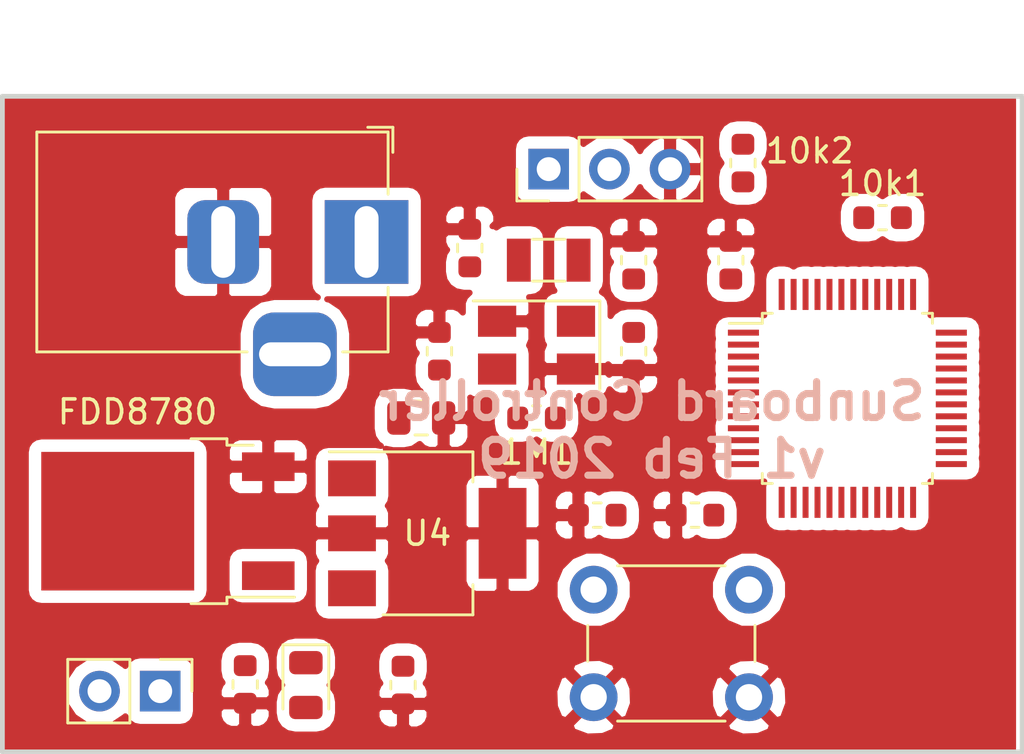
<source format=kicad_pcb>
(kicad_pcb (version 20171130) (host pcbnew "(5.0.2)-1")

  (general
    (thickness 1.6)
    (drawings 5)
    (tracks 0)
    (zones 0)
    (modules 23)
    (nets 48)
  )

  (page A4)
  (layers
    (0 F.Cu signal)
    (31 B.Cu signal)
    (32 B.Adhes user)
    (33 F.Adhes user)
    (34 B.Paste user)
    (35 F.Paste user)
    (36 B.SilkS user)
    (37 F.SilkS user)
    (38 B.Mask user)
    (39 F.Mask user)
    (40 Dwgs.User user hide)
    (41 Cmts.User user)
    (42 Eco1.User user)
    (43 Eco2.User user)
    (44 Edge.Cuts user)
    (45 Margin user)
    (46 B.CrtYd user)
    (47 F.CrtYd user)
    (48 B.Fab user)
    (49 F.Fab user hide)
  )

  (setup
    (last_trace_width 0.25)
    (trace_clearance 0.2)
    (zone_clearance 0.508)
    (zone_45_only no)
    (trace_min 0.2)
    (segment_width 0.2)
    (edge_width 0.15)
    (via_size 0.8)
    (via_drill 0.4)
    (via_min_size 0.4)
    (via_min_drill 0.3)
    (uvia_size 0.3)
    (uvia_drill 0.1)
    (uvias_allowed no)
    (uvia_min_size 0.2)
    (uvia_min_drill 0.1)
    (pcb_text_width 0.3)
    (pcb_text_size 1.5 1.5)
    (mod_edge_width 0.15)
    (mod_text_size 1 1)
    (mod_text_width 0.15)
    (pad_size 1.524 1.524)
    (pad_drill 0.762)
    (pad_to_mask_clearance 0.051)
    (solder_mask_min_width 0.25)
    (aux_axis_origin 0 0)
    (visible_elements 7FFFFFFF)
    (pcbplotparams
      (layerselection 0x010fc_ffffffff)
      (usegerberextensions false)
      (usegerberattributes false)
      (usegerberadvancedattributes false)
      (creategerberjobfile false)
      (excludeedgelayer true)
      (linewidth 0.100000)
      (plotframeref false)
      (viasonmask false)
      (mode 1)
      (useauxorigin false)
      (hpglpennumber 1)
      (hpglpenspeed 20)
      (hpglpendiameter 15.000000)
      (psnegative false)
      (psa4output false)
      (plotreference true)
      (plotvalue true)
      (plotinvisibletext false)
      (padsonsilk false)
      (subtractmaskfromsilk false)
      (outputformat 1)
      (mirror false)
      (drillshape 1)
      (scaleselection 1)
      (outputdirectory ""))
  )

  (net 0 "")
  (net 1 +12V)
  (net 2 GND)
  (net 3 +3V3)
  (net 4 /RESET)
  (net 5 "Net-(10k2-Pad1)")
  (net 6 "Net-(12pF1-Pad1)")
  (net 7 "Net-(12pF2-Pad1)")
  (net 8 "Net-(1k1-Pad1)")
  (net 9 "Net-(1M1-Pad1)")
  (net 10 "Net-(1M1-Pad2)")
  (net 11 /PWM)
  (net 12 /LED_GND)
  (net 13 "Net-(U1-Pad2)")
  (net 14 "Net-(U1-Pad10)")
  (net 15 "Net-(U1-Pad11)")
  (net 16 "Net-(U1-Pad12)")
  (net 17 "Net-(U1-Pad13)")
  (net 18 "Net-(U1-Pad14)")
  (net 19 "Net-(U1-Pad15)")
  (net 20 "Net-(U1-Pad16)")
  (net 21 "Net-(U1-Pad17)")
  (net 22 "Net-(U1-Pad18)")
  (net 23 "Net-(U1-Pad19)")
  (net 24 "Net-(U1-Pad20)")
  (net 25 "Net-(U1-Pad21)")
  (net 26 "Net-(U1-Pad22)")
  (net 27 "Net-(U1-Pad25)")
  (net 28 "Net-(U1-Pad26)")
  (net 29 "Net-(U1-Pad27)")
  (net 30 "Net-(U1-Pad28)")
  (net 31 "Net-(U1-Pad29)")
  (net 32 "Net-(U1-Pad31)")
  (net 33 "Net-(U1-Pad32)")
  (net 34 "Net-(U1-Pad33)")
  (net 35 "Net-(U1-Pad34)")
  (net 36 "Net-(U1-Pad35)")
  (net 37 "Net-(U1-Pad36)")
  (net 38 /SWCLK)
  (net 39 /SWDIO)
  (net 40 "Net-(U1-Pad39)")
  (net 41 "Net-(U1-Pad40)")
  (net 42 "Net-(U1-Pad41)")
  (net 43 "Net-(U1-Pad42)")
  (net 44 "Net-(U1-Pad43)")
  (net 45 /BOOT0)
  (net 46 "Net-(U1-Pad45)")
  (net 47 "Net-(U1-Pad46)")

  (net_class Default "This is the default net class."
    (clearance 0.2)
    (trace_width 0.25)
    (via_dia 0.8)
    (via_drill 0.4)
    (uvia_dia 0.3)
    (uvia_drill 0.1)
    (add_net +12V)
    (add_net +3V3)
    (add_net /BOOT0)
    (add_net /LED_GND)
    (add_net /PWM)
    (add_net /RESET)
    (add_net /SWCLK)
    (add_net /SWDIO)
    (add_net GND)
    (add_net "Net-(10k2-Pad1)")
    (add_net "Net-(12pF1-Pad1)")
    (add_net "Net-(12pF2-Pad1)")
    (add_net "Net-(1M1-Pad1)")
    (add_net "Net-(1M1-Pad2)")
    (add_net "Net-(1k1-Pad1)")
    (add_net "Net-(U1-Pad10)")
    (add_net "Net-(U1-Pad11)")
    (add_net "Net-(U1-Pad12)")
    (add_net "Net-(U1-Pad13)")
    (add_net "Net-(U1-Pad14)")
    (add_net "Net-(U1-Pad15)")
    (add_net "Net-(U1-Pad16)")
    (add_net "Net-(U1-Pad17)")
    (add_net "Net-(U1-Pad18)")
    (add_net "Net-(U1-Pad19)")
    (add_net "Net-(U1-Pad2)")
    (add_net "Net-(U1-Pad20)")
    (add_net "Net-(U1-Pad21)")
    (add_net "Net-(U1-Pad22)")
    (add_net "Net-(U1-Pad25)")
    (add_net "Net-(U1-Pad26)")
    (add_net "Net-(U1-Pad27)")
    (add_net "Net-(U1-Pad28)")
    (add_net "Net-(U1-Pad29)")
    (add_net "Net-(U1-Pad31)")
    (add_net "Net-(U1-Pad32)")
    (add_net "Net-(U1-Pad33)")
    (add_net "Net-(U1-Pad34)")
    (add_net "Net-(U1-Pad35)")
    (add_net "Net-(U1-Pad36)")
    (add_net "Net-(U1-Pad39)")
    (add_net "Net-(U1-Pad40)")
    (add_net "Net-(U1-Pad41)")
    (add_net "Net-(U1-Pad42)")
    (add_net "Net-(U1-Pad43)")
    (add_net "Net-(U1-Pad45)")
    (add_net "Net-(U1-Pad46)")
  )

  (module LED_SMD:LED_0805_2012Metric (layer F.Cu) (tedit 5C527FCE) (tstamp 5C5ECF35)
    (at 54.102 50.038 270)
    (descr "LED SMD 0805 (2012 Metric), square (rectangular) end terminal, IPC_7351 nominal, (Body size source: https://docs.google.com/spreadsheets/d/1BsfQQcO9C6DZCsRaXUlFlo91Tg2WpOkGARC1WS5S8t0/edit?usp=sharing), generated with kicad-footprint-generator")
    (tags diode)
    (path /5C531330)
    (attr smd)
    (fp_text reference PWR_LED1 (at 0 -1.65 270) (layer Dwgs.User)
      (effects (font (size 1 1) (thickness 0.15)))
    )
    (fp_text value LED (at 0 1.65 270) (layer F.Fab)
      (effects (font (size 1 1) (thickness 0.15)))
    )
    (fp_line (start 1 -0.6) (end -0.7 -0.6) (layer F.Fab) (width 0.1))
    (fp_line (start -0.7 -0.6) (end -1 -0.3) (layer F.Fab) (width 0.1))
    (fp_line (start -1 -0.3) (end -1 0.6) (layer F.Fab) (width 0.1))
    (fp_line (start -1 0.6) (end 1 0.6) (layer F.Fab) (width 0.1))
    (fp_line (start 1 0.6) (end 1 -0.6) (layer F.Fab) (width 0.1))
    (fp_line (start 1 -0.96) (end -1.685 -0.96) (layer F.SilkS) (width 0.12))
    (fp_line (start -1.685 -0.96) (end -1.685 0.96) (layer F.SilkS) (width 0.12))
    (fp_line (start -1.685 0.96) (end 1 0.96) (layer F.SilkS) (width 0.12))
    (fp_line (start -1.68 0.95) (end -1.68 -0.95) (layer F.CrtYd) (width 0.05))
    (fp_line (start -1.68 -0.95) (end 1.68 -0.95) (layer F.CrtYd) (width 0.05))
    (fp_line (start 1.68 -0.95) (end 1.68 0.95) (layer F.CrtYd) (width 0.05))
    (fp_line (start 1.68 0.95) (end -1.68 0.95) (layer F.CrtYd) (width 0.05))
    (fp_text user %R (at -0.254 3.048 270) (layer F.Fab)
      (effects (font (size 0.5 0.5) (thickness 0.08)))
    )
    (pad 1 smd roundrect (at -0.9375 0 270) (size 0.975 1.4) (layers F.Cu F.Paste F.Mask) (roundrect_rratio 0.25)
      (net 8 "Net-(1k1-Pad1)"))
    (pad 2 smd roundrect (at 0.9375 0 270) (size 0.975 1.4) (layers F.Cu F.Paste F.Mask) (roundrect_rratio 0.25)
      (net 3 +3V3))
    (model ${KISYS3DMOD}/LED_SMD.3dshapes/LED_0805_2012Metric.wrl
      (at (xyz 0 0 0))
      (scale (xyz 1 1 1))
      (rotate (xyz 0 0 0))
    )
  )

  (module Capacitor_SMD:C_0603_1608Metric (layer F.Cu) (tedit 5C527FDC) (tstamp 5C5ECE39)
    (at 58.166 50.038 270)
    (descr "Capacitor SMD 0603 (1608 Metric), square (rectangular) end terminal, IPC_7351 nominal, (Body size source: http://www.tortai-tech.com/upload/download/2011102023233369053.pdf), generated with kicad-footprint-generator")
    (tags capacitor)
    (path /5C536486)
    (attr smd)
    (fp_text reference 0.1uF2 (at 0 -1.43 270) (layer Dwgs.User)
      (effects (font (size 1 1) (thickness 0.15)))
    )
    (fp_text value C (at 0 1.43 270) (layer F.Fab)
      (effects (font (size 1 1) (thickness 0.15)))
    )
    (fp_text user %R (at 0 0 270) (layer F.Fab)
      (effects (font (size 0.4 0.4) (thickness 0.06)))
    )
    (fp_line (start 1.48 0.73) (end -1.48 0.73) (layer F.CrtYd) (width 0.05))
    (fp_line (start 1.48 -0.73) (end 1.48 0.73) (layer F.CrtYd) (width 0.05))
    (fp_line (start -1.48 -0.73) (end 1.48 -0.73) (layer F.CrtYd) (width 0.05))
    (fp_line (start -1.48 0.73) (end -1.48 -0.73) (layer F.CrtYd) (width 0.05))
    (fp_line (start -0.162779 0.51) (end 0.162779 0.51) (layer F.SilkS) (width 0.12))
    (fp_line (start -0.162779 -0.51) (end 0.162779 -0.51) (layer F.SilkS) (width 0.12))
    (fp_line (start 0.8 0.4) (end -0.8 0.4) (layer F.Fab) (width 0.1))
    (fp_line (start 0.8 -0.4) (end 0.8 0.4) (layer F.Fab) (width 0.1))
    (fp_line (start -0.8 -0.4) (end 0.8 -0.4) (layer F.Fab) (width 0.1))
    (fp_line (start -0.8 0.4) (end -0.8 -0.4) (layer F.Fab) (width 0.1))
    (pad 2 smd roundrect (at 0.7875 0 270) (size 0.875 0.95) (layers F.Cu F.Paste F.Mask) (roundrect_rratio 0.25)
      (net 2 GND))
    (pad 1 smd roundrect (at -0.7875 0 270) (size 0.875 0.95) (layers F.Cu F.Paste F.Mask) (roundrect_rratio 0.25)
      (net 3 +3V3))
    (model ${KISYS3DMOD}/Capacitor_SMD.3dshapes/C_0603_1608Metric.wrl
      (at (xyz 0 0 0))
      (scale (xyz 1 1 1))
      (rotate (xyz 0 0 0))
    )
  )

  (module Capacitor_SMD:C_0603_1608Metric (layer F.Cu) (tedit 5C527F84) (tstamp 5C5ECE4A)
    (at 71.882 32.258 90)
    (descr "Capacitor SMD 0603 (1608 Metric), square (rectangular) end terminal, IPC_7351 nominal, (Body size source: http://www.tortai-tech.com/upload/download/2011102023233369053.pdf), generated with kicad-footprint-generator")
    (tags capacitor)
    (path /5C52BB71)
    (attr smd)
    (fp_text reference 0.1uF3 (at 0 -1.43 90) (layer Dwgs.User)
      (effects (font (size 1 1) (thickness 0.15)))
    )
    (fp_text value C (at 0 1.43 90) (layer F.Fab)
      (effects (font (size 1 1) (thickness 0.15)))
    )
    (fp_line (start -0.8 0.4) (end -0.8 -0.4) (layer F.Fab) (width 0.1))
    (fp_line (start -0.8 -0.4) (end 0.8 -0.4) (layer F.Fab) (width 0.1))
    (fp_line (start 0.8 -0.4) (end 0.8 0.4) (layer F.Fab) (width 0.1))
    (fp_line (start 0.8 0.4) (end -0.8 0.4) (layer F.Fab) (width 0.1))
    (fp_line (start -0.162779 -0.51) (end 0.162779 -0.51) (layer F.SilkS) (width 0.12))
    (fp_line (start -0.162779 0.51) (end 0.162779 0.51) (layer F.SilkS) (width 0.12))
    (fp_line (start -1.48 0.73) (end -1.48 -0.73) (layer F.CrtYd) (width 0.05))
    (fp_line (start -1.48 -0.73) (end 1.48 -0.73) (layer F.CrtYd) (width 0.05))
    (fp_line (start 1.48 -0.73) (end 1.48 0.73) (layer F.CrtYd) (width 0.05))
    (fp_line (start 1.48 0.73) (end -1.48 0.73) (layer F.CrtYd) (width 0.05))
    (fp_text user %R (at 0 0 90) (layer F.Fab)
      (effects (font (size 0.4 0.4) (thickness 0.06)))
    )
    (pad 1 smd roundrect (at -0.7875 0 90) (size 0.875 0.95) (layers F.Cu F.Paste F.Mask) (roundrect_rratio 0.25)
      (net 3 +3V3))
    (pad 2 smd roundrect (at 0.7875 0 90) (size 0.875 0.95) (layers F.Cu F.Paste F.Mask) (roundrect_rratio 0.25)
      (net 2 GND))
    (model ${KISYS3DMOD}/Capacitor_SMD.3dshapes/C_0603_1608Metric.wrl
      (at (xyz 0 0 0))
      (scale (xyz 1 1 1))
      (rotate (xyz 0 0 0))
    )
  )

  (module Capacitor_SMD:C_0603_1608Metric (layer F.Cu) (tedit 5C527FB5) (tstamp 5C5EE305)
    (at 70.3835 42.926 180)
    (descr "Capacitor SMD 0603 (1608 Metric), square (rectangular) end terminal, IPC_7351 nominal, (Body size source: http://www.tortai-tech.com/upload/download/2011102023233369053.pdf), generated with kicad-footprint-generator")
    (tags capacitor)
    (path /5C53B661)
    (attr smd)
    (fp_text reference 0.1uF4 (at 0 -1.43 180) (layer Dwgs.User)
      (effects (font (size 1 1) (thickness 0.15)))
    )
    (fp_text value C (at 0 1.43 180) (layer F.Fab)
      (effects (font (size 1 1) (thickness 0.15)))
    )
    (fp_text user %R (at 0 0 180) (layer F.Fab)
      (effects (font (size 0.4 0.4) (thickness 0.06)))
    )
    (fp_line (start 1.48 0.73) (end -1.48 0.73) (layer F.CrtYd) (width 0.05))
    (fp_line (start 1.48 -0.73) (end 1.48 0.73) (layer F.CrtYd) (width 0.05))
    (fp_line (start -1.48 -0.73) (end 1.48 -0.73) (layer F.CrtYd) (width 0.05))
    (fp_line (start -1.48 0.73) (end -1.48 -0.73) (layer F.CrtYd) (width 0.05))
    (fp_line (start -0.162779 0.51) (end 0.162779 0.51) (layer F.SilkS) (width 0.12))
    (fp_line (start -0.162779 -0.51) (end 0.162779 -0.51) (layer F.SilkS) (width 0.12))
    (fp_line (start 0.8 0.4) (end -0.8 0.4) (layer F.Fab) (width 0.1))
    (fp_line (start 0.8 -0.4) (end 0.8 0.4) (layer F.Fab) (width 0.1))
    (fp_line (start -0.8 -0.4) (end 0.8 -0.4) (layer F.Fab) (width 0.1))
    (fp_line (start -0.8 0.4) (end -0.8 -0.4) (layer F.Fab) (width 0.1))
    (pad 2 smd roundrect (at 0.7875 0 180) (size 0.875 0.95) (layers F.Cu F.Paste F.Mask) (roundrect_rratio 0.25)
      (net 2 GND))
    (pad 1 smd roundrect (at -0.7875 0 180) (size 0.875 0.95) (layers F.Cu F.Paste F.Mask) (roundrect_rratio 0.25)
      (net 3 +3V3))
    (model ${KISYS3DMOD}/Capacitor_SMD.3dshapes/C_0603_1608Metric.wrl
      (at (xyz 0 0 0))
      (scale (xyz 1 1 1))
      (rotate (xyz 0 0 0))
    )
  )

  (module Capacitor_SMD:C_0603_1608Metric (layer F.Cu) (tedit 5C527FB0) (tstamp 5C5ECE6C)
    (at 66.294 42.926 180)
    (descr "Capacitor SMD 0603 (1608 Metric), square (rectangular) end terminal, IPC_7351 nominal, (Body size source: http://www.tortai-tech.com/upload/download/2011102023233369053.pdf), generated with kicad-footprint-generator")
    (tags capacitor)
    (path /5C539782)
    (attr smd)
    (fp_text reference 0.1uF5 (at 0 -1.43 180) (layer Dwgs.User)
      (effects (font (size 1 1) (thickness 0.15)))
    )
    (fp_text value C (at 0 1.43 180) (layer F.Fab)
      (effects (font (size 1 1) (thickness 0.15)))
    )
    (fp_line (start -0.8 0.4) (end -0.8 -0.4) (layer F.Fab) (width 0.1))
    (fp_line (start -0.8 -0.4) (end 0.8 -0.4) (layer F.Fab) (width 0.1))
    (fp_line (start 0.8 -0.4) (end 0.8 0.4) (layer F.Fab) (width 0.1))
    (fp_line (start 0.8 0.4) (end -0.8 0.4) (layer F.Fab) (width 0.1))
    (fp_line (start -0.162779 -0.51) (end 0.162779 -0.51) (layer F.SilkS) (width 0.12))
    (fp_line (start -0.162779 0.51) (end 0.162779 0.51) (layer F.SilkS) (width 0.12))
    (fp_line (start -1.48 0.73) (end -1.48 -0.73) (layer F.CrtYd) (width 0.05))
    (fp_line (start -1.48 -0.73) (end 1.48 -0.73) (layer F.CrtYd) (width 0.05))
    (fp_line (start 1.48 -0.73) (end 1.48 0.73) (layer F.CrtYd) (width 0.05))
    (fp_line (start 1.48 0.73) (end -1.48 0.73) (layer F.CrtYd) (width 0.05))
    (fp_text user %R (at 0 0 180) (layer F.Fab)
      (effects (font (size 0.4 0.4) (thickness 0.06)))
    )
    (pad 1 smd roundrect (at -0.7875 0 180) (size 0.875 0.95) (layers F.Cu F.Paste F.Mask) (roundrect_rratio 0.25)
      (net 4 /RESET))
    (pad 2 smd roundrect (at 0.7875 0 180) (size 0.875 0.95) (layers F.Cu F.Paste F.Mask) (roundrect_rratio 0.25)
      (net 2 GND))
    (model ${KISYS3DMOD}/Capacitor_SMD.3dshapes/C_0603_1608Metric.wrl
      (at (xyz 0 0 0))
      (scale (xyz 1 1 1))
      (rotate (xyz 0 0 0))
    )
  )

  (module Capacitor_SMD:C_0603_1608Metric (layer F.Cu) (tedit 5C527F8A) (tstamp 5C5ECE9F)
    (at 67.818 32.258 90)
    (descr "Capacitor SMD 0603 (1608 Metric), square (rectangular) end terminal, IPC_7351 nominal, (Body size source: http://www.tortai-tech.com/upload/download/2011102023233369053.pdf), generated with kicad-footprint-generator")
    (tags capacitor)
    (path /5C4BF8A1)
    (attr smd)
    (fp_text reference 12pF1 (at 0 -1.43 90) (layer Dwgs.User)
      (effects (font (size 1 1) (thickness 0.15)))
    )
    (fp_text value C (at 0 1.43 90) (layer F.Fab)
      (effects (font (size 1 1) (thickness 0.15)))
    )
    (fp_line (start -0.8 0.4) (end -0.8 -0.4) (layer F.Fab) (width 0.1))
    (fp_line (start -0.8 -0.4) (end 0.8 -0.4) (layer F.Fab) (width 0.1))
    (fp_line (start 0.8 -0.4) (end 0.8 0.4) (layer F.Fab) (width 0.1))
    (fp_line (start 0.8 0.4) (end -0.8 0.4) (layer F.Fab) (width 0.1))
    (fp_line (start -0.162779 -0.51) (end 0.162779 -0.51) (layer F.SilkS) (width 0.12))
    (fp_line (start -0.162779 0.51) (end 0.162779 0.51) (layer F.SilkS) (width 0.12))
    (fp_line (start -1.48 0.73) (end -1.48 -0.73) (layer F.CrtYd) (width 0.05))
    (fp_line (start -1.48 -0.73) (end 1.48 -0.73) (layer F.CrtYd) (width 0.05))
    (fp_line (start 1.48 -0.73) (end 1.48 0.73) (layer F.CrtYd) (width 0.05))
    (fp_line (start 1.48 0.73) (end -1.48 0.73) (layer F.CrtYd) (width 0.05))
    (fp_text user %R (at 0 0 90) (layer F.Fab)
      (effects (font (size 0.4 0.4) (thickness 0.06)))
    )
    (pad 1 smd roundrect (at -0.7875 0 90) (size 0.875 0.95) (layers F.Cu F.Paste F.Mask) (roundrect_rratio 0.25)
      (net 6 "Net-(12pF1-Pad1)"))
    (pad 2 smd roundrect (at 0.7875 0 90) (size 0.875 0.95) (layers F.Cu F.Paste F.Mask) (roundrect_rratio 0.25)
      (net 2 GND))
    (model ${KISYS3DMOD}/Capacitor_SMD.3dshapes/C_0603_1608Metric.wrl
      (at (xyz 0 0 0))
      (scale (xyz 1 1 1))
      (rotate (xyz 0 0 0))
    )
  )

  (module Capacitor_SMD:C_0603_1608Metric (layer F.Cu) (tedit 5C527F8F) (tstamp 5C5ECEB0)
    (at 60.96 31.75 90)
    (descr "Capacitor SMD 0603 (1608 Metric), square (rectangular) end terminal, IPC_7351 nominal, (Body size source: http://www.tortai-tech.com/upload/download/2011102023233369053.pdf), generated with kicad-footprint-generator")
    (tags capacitor)
    (path /5C4BF8D9)
    (attr smd)
    (fp_text reference 12pF2 (at 0 -1.43 90) (layer Dwgs.User)
      (effects (font (size 1 1) (thickness 0.15)))
    )
    (fp_text value C (at 0 1.43 90) (layer F.Fab)
      (effects (font (size 1 1) (thickness 0.15)))
    )
    (fp_text user %R (at 0 0 90) (layer F.Fab)
      (effects (font (size 0.4 0.4) (thickness 0.06)))
    )
    (fp_line (start 1.48 0.73) (end -1.48 0.73) (layer F.CrtYd) (width 0.05))
    (fp_line (start 1.48 -0.73) (end 1.48 0.73) (layer F.CrtYd) (width 0.05))
    (fp_line (start -1.48 -0.73) (end 1.48 -0.73) (layer F.CrtYd) (width 0.05))
    (fp_line (start -1.48 0.73) (end -1.48 -0.73) (layer F.CrtYd) (width 0.05))
    (fp_line (start -0.162779 0.51) (end 0.162779 0.51) (layer F.SilkS) (width 0.12))
    (fp_line (start -0.162779 -0.51) (end 0.162779 -0.51) (layer F.SilkS) (width 0.12))
    (fp_line (start 0.8 0.4) (end -0.8 0.4) (layer F.Fab) (width 0.1))
    (fp_line (start 0.8 -0.4) (end 0.8 0.4) (layer F.Fab) (width 0.1))
    (fp_line (start -0.8 -0.4) (end 0.8 -0.4) (layer F.Fab) (width 0.1))
    (fp_line (start -0.8 0.4) (end -0.8 -0.4) (layer F.Fab) (width 0.1))
    (pad 2 smd roundrect (at 0.7875 0 90) (size 0.875 0.95) (layers F.Cu F.Paste F.Mask) (roundrect_rratio 0.25)
      (net 2 GND))
    (pad 1 smd roundrect (at -0.7875 0 90) (size 0.875 0.95) (layers F.Cu F.Paste F.Mask) (roundrect_rratio 0.25)
      (net 7 "Net-(12pF2-Pad1)"))
    (model ${KISYS3DMOD}/Capacitor_SMD.3dshapes/C_0603_1608Metric.wrl
      (at (xyz 0 0 0))
      (scale (xyz 1 1 1))
      (rotate (xyz 0 0 0))
    )
  )

  (module Resistor_SMD:R_0603_1608Metric (layer F.Cu) (tedit 5B301BBD) (tstamp 5C5EE2D5)
    (at 63.754 38.862 180)
    (descr "Resistor SMD 0603 (1608 Metric), square (rectangular) end terminal, IPC_7351 nominal, (Body size source: http://www.tortai-tech.com/upload/download/2011102023233369053.pdf), generated with kicad-footprint-generator")
    (tags resistor)
    (path /5C53695B)
    (attr smd)
    (fp_text reference 1M1 (at 0 -1.43 180) (layer F.SilkS)
      (effects (font (size 1 1) (thickness 0.15)))
    )
    (fp_text value R (at 0 1.43 180) (layer F.Fab)
      (effects (font (size 1 1) (thickness 0.15)))
    )
    (fp_line (start -0.8 0.4) (end -0.8 -0.4) (layer F.Fab) (width 0.1))
    (fp_line (start -0.8 -0.4) (end 0.8 -0.4) (layer F.Fab) (width 0.1))
    (fp_line (start 0.8 -0.4) (end 0.8 0.4) (layer F.Fab) (width 0.1))
    (fp_line (start 0.8 0.4) (end -0.8 0.4) (layer F.Fab) (width 0.1))
    (fp_line (start -0.162779 -0.51) (end 0.162779 -0.51) (layer F.SilkS) (width 0.12))
    (fp_line (start -0.162779 0.51) (end 0.162779 0.51) (layer F.SilkS) (width 0.12))
    (fp_line (start -1.48 0.73) (end -1.48 -0.73) (layer F.CrtYd) (width 0.05))
    (fp_line (start -1.48 -0.73) (end 1.48 -0.73) (layer F.CrtYd) (width 0.05))
    (fp_line (start 1.48 -0.73) (end 1.48 0.73) (layer F.CrtYd) (width 0.05))
    (fp_line (start 1.48 0.73) (end -1.48 0.73) (layer F.CrtYd) (width 0.05))
    (fp_text user %R (at 0 0 180) (layer F.Fab)
      (effects (font (size 0.4 0.4) (thickness 0.06)))
    )
    (pad 1 smd roundrect (at -0.7875 0 180) (size 0.875 0.95) (layers F.Cu F.Paste F.Mask) (roundrect_rratio 0.25)
      (net 9 "Net-(1M1-Pad1)"))
    (pad 2 smd roundrect (at 0.7875 0 180) (size 0.875 0.95) (layers F.Cu F.Paste F.Mask) (roundrect_rratio 0.25)
      (net 10 "Net-(1M1-Pad2)"))
    (model ${KISYS3DMOD}/Resistor_SMD.3dshapes/R_0603_1608Metric.wrl
      (at (xyz 0 0 0))
      (scale (xyz 1 1 1))
      (rotate (xyz 0 0 0))
    )
  )

  (module Capacitor_SMD:C_0603_1608Metric (layer F.Cu) (tedit 5C527FA1) (tstamp 5C5ECEE3)
    (at 67.818 36.068 270)
    (descr "Capacitor SMD 0603 (1608 Metric), square (rectangular) end terminal, IPC_7351 nominal, (Body size source: http://www.tortai-tech.com/upload/download/2011102023233369053.pdf), generated with kicad-footprint-generator")
    (tags capacitor)
    (path /5C4BF7F9)
    (attr smd)
    (fp_text reference 20pF1 (at 0 -1.43 270) (layer Dwgs.User)
      (effects (font (size 1 1) (thickness 0.15)))
    )
    (fp_text value C (at 0 1.43 270) (layer F.Fab)
      (effects (font (size 1 1) (thickness 0.15)))
    )
    (fp_line (start -0.8 0.4) (end -0.8 -0.4) (layer F.Fab) (width 0.1))
    (fp_line (start -0.8 -0.4) (end 0.8 -0.4) (layer F.Fab) (width 0.1))
    (fp_line (start 0.8 -0.4) (end 0.8 0.4) (layer F.Fab) (width 0.1))
    (fp_line (start 0.8 0.4) (end -0.8 0.4) (layer F.Fab) (width 0.1))
    (fp_line (start -0.162779 -0.51) (end 0.162779 -0.51) (layer F.SilkS) (width 0.12))
    (fp_line (start -0.162779 0.51) (end 0.162779 0.51) (layer F.SilkS) (width 0.12))
    (fp_line (start -1.48 0.73) (end -1.48 -0.73) (layer F.CrtYd) (width 0.05))
    (fp_line (start -1.48 -0.73) (end 1.48 -0.73) (layer F.CrtYd) (width 0.05))
    (fp_line (start 1.48 -0.73) (end 1.48 0.73) (layer F.CrtYd) (width 0.05))
    (fp_line (start 1.48 0.73) (end -1.48 0.73) (layer F.CrtYd) (width 0.05))
    (fp_text user %R (at 0 0 270) (layer F.Fab)
      (effects (font (size 0.4 0.4) (thickness 0.06)))
    )
    (pad 1 smd roundrect (at -0.7875 0 270) (size 0.875 0.95) (layers F.Cu F.Paste F.Mask) (roundrect_rratio 0.25)
      (net 9 "Net-(1M1-Pad1)"))
    (pad 2 smd roundrect (at 0.7875 0 270) (size 0.875 0.95) (layers F.Cu F.Paste F.Mask) (roundrect_rratio 0.25)
      (net 2 GND))
    (model ${KISYS3DMOD}/Capacitor_SMD.3dshapes/C_0603_1608Metric.wrl
      (at (xyz 0 0 0))
      (scale (xyz 1 1 1))
      (rotate (xyz 0 0 0))
    )
  )

  (module Capacitor_SMD:C_0603_1608Metric (layer F.Cu) (tedit 5C527F9D) (tstamp 5C5ECEF4)
    (at 59.69 36.068 90)
    (descr "Capacitor SMD 0603 (1608 Metric), square (rectangular) end terminal, IPC_7351 nominal, (Body size source: http://www.tortai-tech.com/upload/download/2011102023233369053.pdf), generated with kicad-footprint-generator")
    (tags capacitor)
    (path /5C4BF869)
    (attr smd)
    (fp_text reference 20pF2 (at 0 -1.43 90) (layer Dwgs.User)
      (effects (font (size 1 1) (thickness 0.15)))
    )
    (fp_text value C (at 0 1.43 90) (layer F.Fab)
      (effects (font (size 1 1) (thickness 0.15)))
    )
    (fp_text user %R (at 0 0 90) (layer F.Fab)
      (effects (font (size 0.4 0.4) (thickness 0.06)))
    )
    (fp_line (start 1.48 0.73) (end -1.48 0.73) (layer F.CrtYd) (width 0.05))
    (fp_line (start 1.48 -0.73) (end 1.48 0.73) (layer F.CrtYd) (width 0.05))
    (fp_line (start -1.48 -0.73) (end 1.48 -0.73) (layer F.CrtYd) (width 0.05))
    (fp_line (start -1.48 0.73) (end -1.48 -0.73) (layer F.CrtYd) (width 0.05))
    (fp_line (start -0.162779 0.51) (end 0.162779 0.51) (layer F.SilkS) (width 0.12))
    (fp_line (start -0.162779 -0.51) (end 0.162779 -0.51) (layer F.SilkS) (width 0.12))
    (fp_line (start 0.8 0.4) (end -0.8 0.4) (layer F.Fab) (width 0.1))
    (fp_line (start 0.8 -0.4) (end 0.8 0.4) (layer F.Fab) (width 0.1))
    (fp_line (start -0.8 -0.4) (end 0.8 -0.4) (layer F.Fab) (width 0.1))
    (fp_line (start -0.8 0.4) (end -0.8 -0.4) (layer F.Fab) (width 0.1))
    (pad 2 smd roundrect (at 0.7875 0 90) (size 0.875 0.95) (layers F.Cu F.Paste F.Mask) (roundrect_rratio 0.25)
      (net 2 GND))
    (pad 1 smd roundrect (at -0.7875 0 90) (size 0.875 0.95) (layers F.Cu F.Paste F.Mask) (roundrect_rratio 0.25)
      (net 10 "Net-(1M1-Pad2)"))
    (model ${KISYS3DMOD}/Capacitor_SMD.3dshapes/C_0603_1608Metric.wrl
      (at (xyz 0 0 0))
      (scale (xyz 1 1 1))
      (rotate (xyz 0 0 0))
    )
  )

  (module Button_Switch_THT:SW_PUSH_6mm (layer F.Cu) (tedit 5C527FEE) (tstamp 5C5ECF6E)
    (at 72.644 50.546 180)
    (descr https://www.omron.com/ecb/products/pdf/en-b3f.pdf)
    (tags "tact sw push 6mm")
    (path /5C5396ED)
    (fp_text reference SW1 (at 3.25 -2 180) (layer Dwgs.User)
      (effects (font (size 1 1) (thickness 0.15)))
    )
    (fp_text value SW_Push (at 3.75 6.7 180) (layer F.Fab)
      (effects (font (size 1 1) (thickness 0.15)))
    )
    (fp_text user %R (at 3.25 2.25 180) (layer F.Fab)
      (effects (font (size 1 1) (thickness 0.15)))
    )
    (fp_line (start 3.25 -0.75) (end 6.25 -0.75) (layer F.Fab) (width 0.1))
    (fp_line (start 6.25 -0.75) (end 6.25 5.25) (layer F.Fab) (width 0.1))
    (fp_line (start 6.25 5.25) (end 0.25 5.25) (layer F.Fab) (width 0.1))
    (fp_line (start 0.25 5.25) (end 0.25 -0.75) (layer F.Fab) (width 0.1))
    (fp_line (start 0.25 -0.75) (end 3.25 -0.75) (layer F.Fab) (width 0.1))
    (fp_line (start 7.75 6) (end 8 6) (layer F.CrtYd) (width 0.05))
    (fp_line (start 8 6) (end 8 5.75) (layer F.CrtYd) (width 0.05))
    (fp_line (start 7.75 -1.5) (end 8 -1.5) (layer F.CrtYd) (width 0.05))
    (fp_line (start 8 -1.5) (end 8 -1.25) (layer F.CrtYd) (width 0.05))
    (fp_line (start -1.5 -1.25) (end -1.5 -1.5) (layer F.CrtYd) (width 0.05))
    (fp_line (start -1.5 -1.5) (end -1.25 -1.5) (layer F.CrtYd) (width 0.05))
    (fp_line (start -1.5 5.75) (end -1.5 6) (layer F.CrtYd) (width 0.05))
    (fp_line (start -1.5 6) (end -1.25 6) (layer F.CrtYd) (width 0.05))
    (fp_line (start -1.25 -1.5) (end 7.75 -1.5) (layer F.CrtYd) (width 0.05))
    (fp_line (start -1.5 5.75) (end -1.5 -1.25) (layer F.CrtYd) (width 0.05))
    (fp_line (start 7.75 6) (end -1.25 6) (layer F.CrtYd) (width 0.05))
    (fp_line (start 8 -1.25) (end 8 5.75) (layer F.CrtYd) (width 0.05))
    (fp_line (start 1 5.5) (end 5.5 5.5) (layer F.SilkS) (width 0.12))
    (fp_line (start -0.25 1.5) (end -0.25 3) (layer F.SilkS) (width 0.12))
    (fp_line (start 5.5 -1) (end 1 -1) (layer F.SilkS) (width 0.12))
    (fp_line (start 6.75 3) (end 6.75 1.5) (layer F.SilkS) (width 0.12))
    (fp_circle (center 3.25 2.25) (end 1.25 2.5) (layer F.Fab) (width 0.1))
    (pad 2 thru_hole circle (at 0 4.5 270) (size 2 2) (drill 1.1) (layers *.Cu *.Mask)
      (net 4 /RESET))
    (pad 1 thru_hole circle (at 0 0 270) (size 2 2) (drill 1.1) (layers *.Cu *.Mask)
      (net 2 GND))
    (pad 2 thru_hole circle (at 6.5 4.5 270) (size 2 2) (drill 1.1) (layers *.Cu *.Mask)
      (net 4 /RESET))
    (pad 1 thru_hole circle (at 6.5 0 270) (size 2 2) (drill 1.1) (layers *.Cu *.Mask)
      (net 2 GND))
    (model ${KISYS3DMOD}/Button_Switch_THT.3dshapes/SW_PUSH_6mm.wrl
      (at (xyz 0 0 0))
      (scale (xyz 1 1 1))
      (rotate (xyz 0 0 0))
    )
  )

  (module Package_QFP:LQFP-48_7x7mm_P0.5mm (layer F.Cu) (tedit 5C527F7A) (tstamp 5C5ECFC5)
    (at 76.761001 38.041001)
    (descr "48 LEAD LQFP 7x7mm (see MICREL LQFP7x7-48LD-PL-1.pdf)")
    (tags "QFP 0.5")
    (path /5C4B8CC2)
    (attr smd)
    (fp_text reference U1 (at 0 -6) (layer Dwgs.User)
      (effects (font (size 1 1) (thickness 0.15)))
    )
    (fp_text value STM32F030C8Tx (at 0 6) (layer F.Fab)
      (effects (font (size 1 1) (thickness 0.15)))
    )
    (fp_line (start 3.13 3.75) (end 3.75 3.75) (layer F.CrtYd) (width 0.05))
    (fp_line (start 3.75 3.13) (end 3.75 3.75) (layer F.CrtYd) (width 0.05))
    (fp_line (start 3.13 5.25) (end 3.13 3.75) (layer F.CrtYd) (width 0.05))
    (fp_text user %R (at 0 0) (layer F.Fab)
      (effects (font (size 1 1) (thickness 0.15)))
    )
    (fp_line (start -2.5 -3.5) (end 3.5 -3.5) (layer F.Fab) (width 0.1))
    (fp_line (start 3.5 -3.5) (end 3.5 3.5) (layer F.Fab) (width 0.1))
    (fp_line (start 3.5 3.5) (end -3.5 3.5) (layer F.Fab) (width 0.1))
    (fp_line (start -3.5 3.5) (end -3.5 -2.5) (layer F.Fab) (width 0.1))
    (fp_line (start -3.5 -2.5) (end -2.5 -3.5) (layer F.Fab) (width 0.1))
    (fp_line (start -5.25 -3.13) (end -5.25 3.13) (layer F.CrtYd) (width 0.05))
    (fp_line (start 5.25 -3.13) (end 5.25 3.13) (layer F.CrtYd) (width 0.05))
    (fp_line (start -3.13 -5.25) (end 3.13 -5.25) (layer F.CrtYd) (width 0.05))
    (fp_line (start -3.13 5.25) (end 3.13 5.25) (layer F.CrtYd) (width 0.05))
    (fp_line (start 3.56 -3.56) (end 3.56 -3.14) (layer F.SilkS) (width 0.12))
    (fp_line (start 3.56 3.56) (end 3.56 3.14) (layer F.SilkS) (width 0.12))
    (fp_line (start -3.56 3.56) (end -3.56 3.14) (layer F.SilkS) (width 0.12))
    (fp_line (start -3.56 -3.56) (end -3.14 -3.56) (layer F.SilkS) (width 0.12))
    (fp_line (start 3.56 3.56) (end 3.14 3.56) (layer F.SilkS) (width 0.12))
    (fp_line (start 3.56 -3.56) (end 3.14 -3.56) (layer F.SilkS) (width 0.12))
    (fp_line (start -3.56 -3.14) (end -4.94 -3.14) (layer F.SilkS) (width 0.12))
    (fp_line (start -3.56 -3.56) (end -3.56 -3.14) (layer F.SilkS) (width 0.12))
    (fp_line (start -3.56 3.56) (end -3.14 3.56) (layer F.SilkS) (width 0.12))
    (fp_line (start 3.75 3.13) (end 5.25 3.13) (layer F.CrtYd) (width 0.05))
    (fp_line (start 3.75 -3.13) (end 5.25 -3.13) (layer F.CrtYd) (width 0.05))
    (fp_line (start 3.13 -3.75) (end 3.13 -5.25) (layer F.CrtYd) (width 0.05))
    (fp_line (start -3.13 -3.75) (end -3.13 -5.25) (layer F.CrtYd) (width 0.05))
    (fp_line (start -3.75 -3.13) (end -5.25 -3.13) (layer F.CrtYd) (width 0.05))
    (fp_line (start -3.75 3.13) (end -5.25 3.13) (layer F.CrtYd) (width 0.05))
    (fp_line (start -3.13 3.75) (end -3.13 5.25) (layer F.CrtYd) (width 0.05))
    (fp_line (start 3.13 -3.75) (end 3.75 -3.75) (layer F.CrtYd) (width 0.05))
    (fp_line (start 3.75 -3.13) (end 3.75 -3.75) (layer F.CrtYd) (width 0.05))
    (fp_line (start -3.75 3.13) (end -3.75 3.75) (layer F.CrtYd) (width 0.05))
    (fp_line (start -3.13 3.75) (end -3.75 3.75) (layer F.CrtYd) (width 0.05))
    (fp_line (start -3.75 -3.13) (end -3.75 -3.75) (layer F.CrtYd) (width 0.05))
    (fp_line (start -3.13 -3.75) (end -3.75 -3.75) (layer F.CrtYd) (width 0.05))
    (pad 1 smd rect (at -4.35 -2.75) (size 1.3 0.25) (layers F.Cu F.Paste F.Mask)
      (net 3 +3V3))
    (pad 2 smd rect (at -4.35 -2.25) (size 1.3 0.25) (layers F.Cu F.Paste F.Mask)
      (net 13 "Net-(U1-Pad2)"))
    (pad 3 smd rect (at -4.35 -1.75) (size 1.3 0.25) (layers F.Cu F.Paste F.Mask)
      (net 6 "Net-(12pF1-Pad1)"))
    (pad 4 smd rect (at -4.35 -1.25) (size 1.3 0.25) (layers F.Cu F.Paste F.Mask)
      (net 7 "Net-(12pF2-Pad1)"))
    (pad 5 smd rect (at -4.35 -0.75) (size 1.3 0.25) (layers F.Cu F.Paste F.Mask)
      (net 9 "Net-(1M1-Pad1)"))
    (pad 6 smd rect (at -4.35 -0.25) (size 1.3 0.25) (layers F.Cu F.Paste F.Mask)
      (net 10 "Net-(1M1-Pad2)"))
    (pad 7 smd rect (at -4.35 0.25) (size 1.3 0.25) (layers F.Cu F.Paste F.Mask)
      (net 4 /RESET))
    (pad 8 smd rect (at -4.35 0.75) (size 1.3 0.25) (layers F.Cu F.Paste F.Mask)
      (net 2 GND))
    (pad 9 smd rect (at -4.35 1.25) (size 1.3 0.25) (layers F.Cu F.Paste F.Mask)
      (net 3 +3V3))
    (pad 10 smd rect (at -4.35 1.75) (size 1.3 0.25) (layers F.Cu F.Paste F.Mask)
      (net 14 "Net-(U1-Pad10)"))
    (pad 11 smd rect (at -4.35 2.25) (size 1.3 0.25) (layers F.Cu F.Paste F.Mask)
      (net 15 "Net-(U1-Pad11)"))
    (pad 12 smd rect (at -4.35 2.75) (size 1.3 0.25) (layers F.Cu F.Paste F.Mask)
      (net 16 "Net-(U1-Pad12)"))
    (pad 13 smd rect (at -2.75 4.35 90) (size 1.3 0.25) (layers F.Cu F.Paste F.Mask)
      (net 17 "Net-(U1-Pad13)"))
    (pad 14 smd rect (at -2.25 4.35 90) (size 1.3 0.25) (layers F.Cu F.Paste F.Mask)
      (net 18 "Net-(U1-Pad14)"))
    (pad 15 smd rect (at -1.75 4.35 90) (size 1.3 0.25) (layers F.Cu F.Paste F.Mask)
      (net 19 "Net-(U1-Pad15)"))
    (pad 16 smd rect (at -1.25 4.35 90) (size 1.3 0.25) (layers F.Cu F.Paste F.Mask)
      (net 20 "Net-(U1-Pad16)"))
    (pad 17 smd rect (at -0.75 4.35 90) (size 1.3 0.25) (layers F.Cu F.Paste F.Mask)
      (net 21 "Net-(U1-Pad17)"))
    (pad 18 smd rect (at -0.25 4.35 90) (size 1.3 0.25) (layers F.Cu F.Paste F.Mask)
      (net 22 "Net-(U1-Pad18)"))
    (pad 19 smd rect (at 0.25 4.35 90) (size 1.3 0.25) (layers F.Cu F.Paste F.Mask)
      (net 23 "Net-(U1-Pad19)"))
    (pad 20 smd rect (at 0.75 4.35 90) (size 1.3 0.25) (layers F.Cu F.Paste F.Mask)
      (net 24 "Net-(U1-Pad20)"))
    (pad 21 smd rect (at 1.25 4.35 90) (size 1.3 0.25) (layers F.Cu F.Paste F.Mask)
      (net 25 "Net-(U1-Pad21)"))
    (pad 22 smd rect (at 1.75 4.35 90) (size 1.3 0.25) (layers F.Cu F.Paste F.Mask)
      (net 26 "Net-(U1-Pad22)"))
    (pad 23 smd rect (at 2.25 4.35 90) (size 1.3 0.25) (layers F.Cu F.Paste F.Mask)
      (net 2 GND))
    (pad 24 smd rect (at 2.75 4.35 90) (size 1.3 0.25) (layers F.Cu F.Paste F.Mask)
      (net 3 +3V3))
    (pad 25 smd rect (at 4.35 2.75) (size 1.3 0.25) (layers F.Cu F.Paste F.Mask)
      (net 27 "Net-(U1-Pad25)"))
    (pad 26 smd rect (at 4.35 2.25) (size 1.3 0.25) (layers F.Cu F.Paste F.Mask)
      (net 28 "Net-(U1-Pad26)"))
    (pad 27 smd rect (at 4.35 1.75) (size 1.3 0.25) (layers F.Cu F.Paste F.Mask)
      (net 29 "Net-(U1-Pad27)"))
    (pad 28 smd rect (at 4.35 1.25) (size 1.3 0.25) (layers F.Cu F.Paste F.Mask)
      (net 30 "Net-(U1-Pad28)"))
    (pad 29 smd rect (at 4.35 0.75) (size 1.3 0.25) (layers F.Cu F.Paste F.Mask)
      (net 31 "Net-(U1-Pad29)"))
    (pad 30 smd rect (at 4.35 0.25) (size 1.3 0.25) (layers F.Cu F.Paste F.Mask)
      (net 11 /PWM))
    (pad 31 smd rect (at 4.35 -0.25) (size 1.3 0.25) (layers F.Cu F.Paste F.Mask)
      (net 32 "Net-(U1-Pad31)"))
    (pad 32 smd rect (at 4.35 -0.75) (size 1.3 0.25) (layers F.Cu F.Paste F.Mask)
      (net 33 "Net-(U1-Pad32)"))
    (pad 33 smd rect (at 4.35 -1.25) (size 1.3 0.25) (layers F.Cu F.Paste F.Mask)
      (net 34 "Net-(U1-Pad33)"))
    (pad 34 smd rect (at 4.35 -1.75) (size 1.3 0.25) (layers F.Cu F.Paste F.Mask)
      (net 35 "Net-(U1-Pad34)"))
    (pad 35 smd rect (at 4.35 -2.25) (size 1.3 0.25) (layers F.Cu F.Paste F.Mask)
      (net 36 "Net-(U1-Pad35)"))
    (pad 36 smd rect (at 4.35 -2.75) (size 1.3 0.25) (layers F.Cu F.Paste F.Mask)
      (net 37 "Net-(U1-Pad36)"))
    (pad 37 smd rect (at 2.75 -4.35 90) (size 1.3 0.25) (layers F.Cu F.Paste F.Mask)
      (net 38 /SWCLK))
    (pad 38 smd rect (at 2.25 -4.35 90) (size 1.3 0.25) (layers F.Cu F.Paste F.Mask)
      (net 39 /SWDIO))
    (pad 39 smd rect (at 1.75 -4.35 90) (size 1.3 0.25) (layers F.Cu F.Paste F.Mask)
      (net 40 "Net-(U1-Pad39)"))
    (pad 40 smd rect (at 1.25 -4.35 90) (size 1.3 0.25) (layers F.Cu F.Paste F.Mask)
      (net 41 "Net-(U1-Pad40)"))
    (pad 41 smd rect (at 0.75 -4.35 90) (size 1.3 0.25) (layers F.Cu F.Paste F.Mask)
      (net 42 "Net-(U1-Pad41)"))
    (pad 42 smd rect (at 0.25 -4.35 90) (size 1.3 0.25) (layers F.Cu F.Paste F.Mask)
      (net 43 "Net-(U1-Pad42)"))
    (pad 43 smd rect (at -0.25 -4.35 90) (size 1.3 0.25) (layers F.Cu F.Paste F.Mask)
      (net 44 "Net-(U1-Pad43)"))
    (pad 44 smd rect (at -0.75 -4.35 90) (size 1.3 0.25) (layers F.Cu F.Paste F.Mask)
      (net 45 /BOOT0))
    (pad 45 smd rect (at -1.25 -4.35 90) (size 1.3 0.25) (layers F.Cu F.Paste F.Mask)
      (net 46 "Net-(U1-Pad45)"))
    (pad 46 smd rect (at -1.75 -4.35 90) (size 1.3 0.25) (layers F.Cu F.Paste F.Mask)
      (net 47 "Net-(U1-Pad46)"))
    (pad 47 smd rect (at -2.25 -4.35 90) (size 1.3 0.25) (layers F.Cu F.Paste F.Mask)
      (net 2 GND))
    (pad 48 smd rect (at -2.75 -4.35 90) (size 1.3 0.25) (layers F.Cu F.Paste F.Mask)
      (net 3 +3V3))
    (model ${KISYS3DMOD}/Package_QFP.3dshapes/LQFP-48_7x7mm_P0.5mm.wrl
      (at (xyz 0 0 0))
      (scale (xyz 1 1 1))
      (rotate (xyz 0 0 0))
    )
  )

  (module Package_TO_SOT_SMD:SOT-223 (layer F.Cu) (tedit 5A02FF57) (tstamp 5C5EE876)
    (at 59.182 43.688)
    (descr "module CMS SOT223 4 pins")
    (tags "CMS SOT")
    (path /5C52BAFA)
    (attr smd)
    (fp_text reference U4 (at 0 0) (layer F.SilkS)
      (effects (font (size 1 1) (thickness 0.15)))
    )
    (fp_text value MIC5209 (at 0 4.5) (layer F.Fab)
      (effects (font (size 1 1) (thickness 0.15)))
    )
    (fp_text user %R (at 0 0 90) (layer F.Fab)
      (effects (font (size 0.8 0.8) (thickness 0.12)))
    )
    (fp_line (start -1.85 -2.3) (end -0.8 -3.35) (layer F.Fab) (width 0.1))
    (fp_line (start 1.91 3.41) (end 1.91 2.15) (layer F.SilkS) (width 0.12))
    (fp_line (start 1.91 -3.41) (end 1.91 -2.15) (layer F.SilkS) (width 0.12))
    (fp_line (start 4.4 -3.6) (end -4.4 -3.6) (layer F.CrtYd) (width 0.05))
    (fp_line (start 4.4 3.6) (end 4.4 -3.6) (layer F.CrtYd) (width 0.05))
    (fp_line (start -4.4 3.6) (end 4.4 3.6) (layer F.CrtYd) (width 0.05))
    (fp_line (start -4.4 -3.6) (end -4.4 3.6) (layer F.CrtYd) (width 0.05))
    (fp_line (start -1.85 -2.3) (end -1.85 3.35) (layer F.Fab) (width 0.1))
    (fp_line (start -1.85 3.41) (end 1.91 3.41) (layer F.SilkS) (width 0.12))
    (fp_line (start -0.8 -3.35) (end 1.85 -3.35) (layer F.Fab) (width 0.1))
    (fp_line (start -4.1 -3.41) (end 1.91 -3.41) (layer F.SilkS) (width 0.12))
    (fp_line (start -1.85 3.35) (end 1.85 3.35) (layer F.Fab) (width 0.1))
    (fp_line (start 1.85 -3.35) (end 1.85 3.35) (layer F.Fab) (width 0.1))
    (pad 4 smd rect (at 3.15 0) (size 2 3.8) (layers F.Cu F.Paste F.Mask)
      (net 2 GND))
    (pad 2 smd rect (at -3.15 0) (size 2 1.5) (layers F.Cu F.Paste F.Mask)
      (net 2 GND))
    (pad 3 smd rect (at -3.15 2.3) (size 2 1.5) (layers F.Cu F.Paste F.Mask)
      (net 3 +3V3))
    (pad 1 smd rect (at -3.15 -2.3) (size 2 1.5) (layers F.Cu F.Paste F.Mask)
      (net 1 +12V))
    (model ${KISYS3DMOD}/Package_TO_SOT_SMD.3dshapes/SOT-223.wrl
      (at (xyz 0 0 0))
      (scale (xyz 1 1 1))
      (rotate (xyz 0 0 0))
    )
  )

  (module Crystal:Crystal_SMD_5032-4Pin_5.0x3.2mm (layer F.Cu) (tedit 5C527F99) (tstamp 5C5ECFF3)
    (at 63.754 35.814 180)
    (descr "SMD Crystal SERIES SMD2520/4 http://www.icbase.com/File/PDF/HKC/HKC00061008.pdf, 5.0x3.2mm^2 package")
    (tags "SMD SMT crystal")
    (path /5C4BE6CB)
    (attr smd)
    (fp_text reference Y1 (at 0 -2.8 180) (layer Dwgs.User)
      (effects (font (size 1 1) (thickness 0.15)))
    )
    (fp_text value Crystal_Small (at 0 2.8 180) (layer F.Fab)
      (effects (font (size 1 1) (thickness 0.15)))
    )
    (fp_text user %R (at 0 0 180) (layer F.Fab)
      (effects (font (size 1 1) (thickness 0.15)))
    )
    (fp_line (start -2.3 -1.6) (end 2.3 -1.6) (layer F.Fab) (width 0.1))
    (fp_line (start 2.3 -1.6) (end 2.5 -1.4) (layer F.Fab) (width 0.1))
    (fp_line (start 2.5 -1.4) (end 2.5 1.4) (layer F.Fab) (width 0.1))
    (fp_line (start 2.5 1.4) (end 2.3 1.6) (layer F.Fab) (width 0.1))
    (fp_line (start 2.3 1.6) (end -2.3 1.6) (layer F.Fab) (width 0.1))
    (fp_line (start -2.3 1.6) (end -2.5 1.4) (layer F.Fab) (width 0.1))
    (fp_line (start -2.5 1.4) (end -2.5 -1.4) (layer F.Fab) (width 0.1))
    (fp_line (start -2.5 -1.4) (end -2.3 -1.6) (layer F.Fab) (width 0.1))
    (fp_line (start -2.5 0.6) (end -1.5 1.6) (layer F.Fab) (width 0.1))
    (fp_line (start -2.65 -1.85) (end -2.65 1.85) (layer F.SilkS) (width 0.12))
    (fp_line (start -2.65 1.85) (end 2.65 1.85) (layer F.SilkS) (width 0.12))
    (fp_line (start -2.8 -1.9) (end -2.8 1.9) (layer F.CrtYd) (width 0.05))
    (fp_line (start -2.8 1.9) (end 2.8 1.9) (layer F.CrtYd) (width 0.05))
    (fp_line (start 2.8 1.9) (end 2.8 -1.9) (layer F.CrtYd) (width 0.05))
    (fp_line (start 2.8 -1.9) (end -2.8 -1.9) (layer F.CrtYd) (width 0.05))
    (pad 1 smd rect (at -1.65 1 180) (size 1.6 1.3) (layers F.Cu F.Paste F.Mask)
      (net 9 "Net-(1M1-Pad1)"))
    (pad 2 smd rect (at 1.65 1 180) (size 1.6 1.3) (layers F.Cu F.Paste F.Mask)
      (net 2 GND))
    (pad 3 smd rect (at 1.65 -1 180) (size 1.6 1.3) (layers F.Cu F.Paste F.Mask)
      (net 10 "Net-(1M1-Pad2)"))
    (pad 4 smd rect (at -1.65 -1 180) (size 1.6 1.3) (layers F.Cu F.Paste F.Mask)
      (net 2 GND))
    (model ${KISYS3DMOD}/Crystal.3dshapes/Crystal_SMD_5032-4Pin_5.0x3.2mm.wrl
      (at (xyz 0 0 0))
      (scale (xyz 1 1 1))
      (rotate (xyz 0 0 0))
    )
  )

  (module Connector_PinHeader_2.54mm:PinHeader_1x03_P2.54mm_Vertical (layer F.Cu) (tedit 5C527F5C) (tstamp 5C5ED446)
    (at 64.262 28.448 90)
    (descr "Through hole straight pin header, 1x03, 2.54mm pitch, single row")
    (tags "Through hole pin header THT 1x03 2.54mm single row")
    (path /5C53D82A)
    (fp_text reference BOOT0_SELECTOR1 (at 0 -2.33 90) (layer Dwgs.User)
      (effects (font (size 1 1) (thickness 0.15)))
    )
    (fp_text value Conn_01x03 (at 0 7.41 90) (layer F.Fab)
      (effects (font (size 1 1) (thickness 0.15)))
    )
    (fp_line (start -0.635 -1.27) (end 1.27 -1.27) (layer F.Fab) (width 0.1))
    (fp_line (start 1.27 -1.27) (end 1.27 6.35) (layer F.Fab) (width 0.1))
    (fp_line (start 1.27 6.35) (end -1.27 6.35) (layer F.Fab) (width 0.1))
    (fp_line (start -1.27 6.35) (end -1.27 -0.635) (layer F.Fab) (width 0.1))
    (fp_line (start -1.27 -0.635) (end -0.635 -1.27) (layer F.Fab) (width 0.1))
    (fp_line (start -1.33 6.41) (end 1.33 6.41) (layer F.SilkS) (width 0.12))
    (fp_line (start -1.33 1.27) (end -1.33 6.41) (layer F.SilkS) (width 0.12))
    (fp_line (start 1.33 1.27) (end 1.33 6.41) (layer F.SilkS) (width 0.12))
    (fp_line (start -1.33 1.27) (end 1.33 1.27) (layer F.SilkS) (width 0.12))
    (fp_line (start -1.33 0) (end -1.33 -1.33) (layer F.SilkS) (width 0.12))
    (fp_line (start -1.33 -1.33) (end 0 -1.33) (layer F.SilkS) (width 0.12))
    (fp_line (start -1.8 -1.8) (end -1.8 6.85) (layer F.CrtYd) (width 0.05))
    (fp_line (start -1.8 6.85) (end 1.8 6.85) (layer F.CrtYd) (width 0.05))
    (fp_line (start 1.8 6.85) (end 1.8 -1.8) (layer F.CrtYd) (width 0.05))
    (fp_line (start 1.8 -1.8) (end -1.8 -1.8) (layer F.CrtYd) (width 0.05))
    (fp_text user %R (at 0 2.54 270) (layer F.Fab)
      (effects (font (size 1 1) (thickness 0.15)))
    )
    (pad 1 thru_hole rect (at 0 0 90) (size 1.7 1.7) (drill 1) (layers *.Cu *.Mask)
      (net 3 +3V3))
    (pad 2 thru_hole oval (at 0 2.54 90) (size 1.7 1.7) (drill 1) (layers *.Cu *.Mask)
      (net 5 "Net-(10k2-Pad1)"))
    (pad 3 thru_hole oval (at 0 5.08 90) (size 1.7 1.7) (drill 1) (layers *.Cu *.Mask)
      (net 2 GND))
    (model ${KISYS3DMOD}/Connector_PinHeader_2.54mm.3dshapes/PinHeader_1x03_P2.54mm_Vertical.wrl
      (at (xyz 0 0 0))
      (scale (xyz 1 1 1))
      (rotate (xyz 0 0 0))
    )
  )

  (module Connector_PinHeader_2.54mm:PinHeader_1x02_P2.54mm_Vertical (layer F.Cu) (tedit 5C527FD9) (tstamp 5C5ED487)
    (at 48.006 50.292 270)
    (descr "Through hole straight pin header, 1x02, 2.54mm pitch, single row")
    (tags "Through hole pin header THT 1x02 2.54mm single row")
    (path /5C53DA43)
    (fp_text reference J2 (at 0 -2.33 270) (layer Dwgs.User)
      (effects (font (size 1 1) (thickness 0.15)))
    )
    (fp_text value Conn_01x02 (at 0 4.87 270) (layer F.Fab)
      (effects (font (size 1 1) (thickness 0.15)))
    )
    (fp_line (start -0.635 -1.27) (end 1.27 -1.27) (layer F.Fab) (width 0.1))
    (fp_line (start 1.27 -1.27) (end 1.27 3.81) (layer F.Fab) (width 0.1))
    (fp_line (start 1.27 3.81) (end -1.27 3.81) (layer F.Fab) (width 0.1))
    (fp_line (start -1.27 3.81) (end -1.27 -0.635) (layer F.Fab) (width 0.1))
    (fp_line (start -1.27 -0.635) (end -0.635 -1.27) (layer F.Fab) (width 0.1))
    (fp_line (start -1.33 3.87) (end 1.33 3.87) (layer F.SilkS) (width 0.12))
    (fp_line (start -1.33 1.27) (end -1.33 3.87) (layer F.SilkS) (width 0.12))
    (fp_line (start 1.33 1.27) (end 1.33 3.87) (layer F.SilkS) (width 0.12))
    (fp_line (start -1.33 1.27) (end 1.33 1.27) (layer F.SilkS) (width 0.12))
    (fp_line (start -1.33 0) (end -1.33 -1.33) (layer F.SilkS) (width 0.12))
    (fp_line (start -1.33 -1.33) (end 0 -1.33) (layer F.SilkS) (width 0.12))
    (fp_line (start -1.8 -1.8) (end -1.8 4.35) (layer F.CrtYd) (width 0.05))
    (fp_line (start -1.8 4.35) (end 1.8 4.35) (layer F.CrtYd) (width 0.05))
    (fp_line (start 1.8 4.35) (end 1.8 -1.8) (layer F.CrtYd) (width 0.05))
    (fp_line (start 1.8 -1.8) (end -1.8 -1.8) (layer F.CrtYd) (width 0.05))
    (fp_text user %R (at 0 1.27) (layer F.Fab)
      (effects (font (size 1 1) (thickness 0.15)))
    )
    (pad 1 thru_hole rect (at 0 0 270) (size 1.7 1.7) (drill 1) (layers *.Cu *.Mask)
      (net 1 +12V))
    (pad 2 thru_hole oval (at 0 2.54 270) (size 1.7 1.7) (drill 1) (layers *.Cu *.Mask)
      (net 12 /LED_GND))
    (model ${KISYS3DMOD}/Connector_PinHeader_2.54mm.3dshapes/PinHeader_1x02_P2.54mm_Vertical.wrl
      (at (xyz 0 0 0))
      (scale (xyz 1 1 1))
      (rotate (xyz 0 0 0))
    )
  )

  (module Package_TO_SOT_SMD:TO-252-2 (layer F.Cu) (tedit 5A70A390) (tstamp 5C5ED5A4)
    (at 48.328 43.18 180)
    (descr "TO-252 / DPAK SMD package, http://www.infineon.com/cms/en/product/packages/PG-TO252/PG-TO252-3-1/")
    (tags "DPAK TO-252 DPAK-3 TO-252-3 SOT-428")
    (path /5C548B70)
    (attr smd)
    (fp_text reference FDD8780 (at 1.27 4.572 180) (layer F.SilkS)
      (effects (font (size 1 1) (thickness 0.15)))
    )
    (fp_text value Q_NMOS_GDS (at 0 4.5 180) (layer F.Fab)
      (effects (font (size 1 1) (thickness 0.15)))
    )
    (fp_line (start 3.95 -2.7) (end 4.95 -2.7) (layer F.Fab) (width 0.1))
    (fp_line (start 4.95 -2.7) (end 4.95 2.7) (layer F.Fab) (width 0.1))
    (fp_line (start 4.95 2.7) (end 3.95 2.7) (layer F.Fab) (width 0.1))
    (fp_line (start 3.95 -3.25) (end 3.95 3.25) (layer F.Fab) (width 0.1))
    (fp_line (start 3.95 3.25) (end -2.27 3.25) (layer F.Fab) (width 0.1))
    (fp_line (start -2.27 3.25) (end -2.27 -2.25) (layer F.Fab) (width 0.1))
    (fp_line (start -2.27 -2.25) (end -1.27 -3.25) (layer F.Fab) (width 0.1))
    (fp_line (start -1.27 -3.25) (end 3.95 -3.25) (layer F.Fab) (width 0.1))
    (fp_line (start -1.865 -2.655) (end -4.97 -2.655) (layer F.Fab) (width 0.1))
    (fp_line (start -4.97 -2.655) (end -4.97 -1.905) (layer F.Fab) (width 0.1))
    (fp_line (start -4.97 -1.905) (end -2.27 -1.905) (layer F.Fab) (width 0.1))
    (fp_line (start -2.27 1.905) (end -4.97 1.905) (layer F.Fab) (width 0.1))
    (fp_line (start -4.97 1.905) (end -4.97 2.655) (layer F.Fab) (width 0.1))
    (fp_line (start -4.97 2.655) (end -2.27 2.655) (layer F.Fab) (width 0.1))
    (fp_line (start -0.97 -3.45) (end -2.47 -3.45) (layer F.SilkS) (width 0.12))
    (fp_line (start -2.47 -3.45) (end -2.47 -3.18) (layer F.SilkS) (width 0.12))
    (fp_line (start -2.47 -3.18) (end -5.3 -3.18) (layer F.SilkS) (width 0.12))
    (fp_line (start -0.97 3.45) (end -2.47 3.45) (layer F.SilkS) (width 0.12))
    (fp_line (start -2.47 3.45) (end -2.47 3.18) (layer F.SilkS) (width 0.12))
    (fp_line (start -2.47 3.18) (end -3.57 3.18) (layer F.SilkS) (width 0.12))
    (fp_line (start -5.55 -3.5) (end -5.55 3.5) (layer F.CrtYd) (width 0.05))
    (fp_line (start -5.55 3.5) (end 5.55 3.5) (layer F.CrtYd) (width 0.05))
    (fp_line (start 5.55 3.5) (end 5.55 -3.5) (layer F.CrtYd) (width 0.05))
    (fp_line (start 5.55 -3.5) (end -5.55 -3.5) (layer F.CrtYd) (width 0.05))
    (fp_text user %R (at 0 0 180) (layer F.Fab)
      (effects (font (size 1 1) (thickness 0.15)))
    )
    (pad 1 smd rect (at -4.2 -2.28 180) (size 2.2 1.2) (layers F.Cu F.Paste F.Mask)
      (net 11 /PWM))
    (pad 3 smd rect (at -4.2 2.28 180) (size 2.2 1.2) (layers F.Cu F.Paste F.Mask)
      (net 2 GND))
    (pad 2 smd rect (at 2.1 0 180) (size 6.4 5.8) (layers F.Cu F.Mask)
      (net 12 /LED_GND))
    (pad "" smd rect (at 3.775 1.525 180) (size 3.05 2.75) (layers F.Paste))
    (pad "" smd rect (at 0.425 -1.525 180) (size 3.05 2.75) (layers F.Paste))
    (pad "" smd rect (at 3.775 -1.525 180) (size 3.05 2.75) (layers F.Paste))
    (pad "" smd rect (at 0.425 1.525 180) (size 3.05 2.75) (layers F.Paste))
    (model ${KISYS3DMOD}/Package_TO_SOT_SMD.3dshapes/TO-252-2.wrl
      (at (xyz 0 0 0))
      (scale (xyz 1 1 1))
      (rotate (xyz 0 0 0))
    )
  )

  (module Crystal:Crystal_SMD_3215-2Pin_3.2x1.5mm (layer F.Cu) (tedit 5C527F6A) (tstamp 5C5ED8B1)
    (at 64.262 32.258)
    (descr "SMD Crystal FC-135 https://support.epson.biz/td/api/doc_check.php?dl=brief_FC-135R_en.pdf")
    (tags "SMD SMT Crystal")
    (path /5C4BD7F5)
    (attr smd)
    (fp_text reference 32.768kHz1 (at 0 -2) (layer Dwgs.User)
      (effects (font (size 1 1) (thickness 0.15)))
    )
    (fp_text value Crystal_Small (at 0 2) (layer F.Fab)
      (effects (font (size 1 1) (thickness 0.15)))
    )
    (fp_text user %R (at 0 -2) (layer F.Fab)
      (effects (font (size 1 1) (thickness 0.15)))
    )
    (fp_line (start -2 -1.15) (end 2 -1.15) (layer F.CrtYd) (width 0.05))
    (fp_line (start -1.6 -0.75) (end -1.6 0.75) (layer F.Fab) (width 0.1))
    (fp_line (start -0.675 0.875) (end 0.675 0.875) (layer F.SilkS) (width 0.12))
    (fp_line (start -0.675 -0.875) (end 0.675 -0.875) (layer F.SilkS) (width 0.12))
    (fp_line (start 1.6 -0.75) (end 1.6 0.75) (layer F.Fab) (width 0.1))
    (fp_line (start -1.6 -0.75) (end 1.6 -0.75) (layer F.Fab) (width 0.1))
    (fp_line (start -1.6 0.75) (end 1.6 0.75) (layer F.Fab) (width 0.1))
    (fp_line (start -2 1.15) (end 2 1.15) (layer F.CrtYd) (width 0.05))
    (fp_line (start -2 -1.15) (end -2 1.15) (layer F.CrtYd) (width 0.05))
    (fp_line (start 2 -1.15) (end 2 1.15) (layer F.CrtYd) (width 0.05))
    (pad 1 smd rect (at 1.25 0) (size 1 1.8) (layers F.Cu F.Paste F.Mask)
      (net 6 "Net-(12pF1-Pad1)"))
    (pad 2 smd rect (at -1.25 0) (size 1 1.8) (layers F.Cu F.Paste F.Mask)
      (net 7 "Net-(12pF2-Pad1)"))
    (model ${KISYS3DMOD}/Crystal.3dshapes/Crystal_SMD_3215-2Pin_3.2x1.5mm.wrl
      (at (xyz 0 0 0))
      (scale (xyz 1 1 1))
      (rotate (xyz 0 0 0))
    )
  )

  (module Connector_BarrelJack:BarrelJack_Horizontal (layer F.Cu) (tedit 5C527FC5) (tstamp 5C5ED952)
    (at 56.642 31.496)
    (descr "DC Barrel Jack")
    (tags "Power Jack")
    (path /5C54AA5D)
    (fp_text reference J3 (at -8.45 5.75) (layer Dwgs.User)
      (effects (font (size 1 1) (thickness 0.15)))
    )
    (fp_text value Barrel_Jack (at -6.2 -5.5) (layer F.Fab)
      (effects (font (size 1 1) (thickness 0.15)))
    )
    (fp_text user %R (at -3 -2.95) (layer F.Fab)
      (effects (font (size 1 1) (thickness 0.15)))
    )
    (fp_line (start -0.003213 -4.505425) (end 0.8 -3.75) (layer F.Fab) (width 0.1))
    (fp_line (start 1.1 -3.75) (end 1.1 -4.8) (layer F.SilkS) (width 0.12))
    (fp_line (start 0.05 -4.8) (end 1.1 -4.8) (layer F.SilkS) (width 0.12))
    (fp_line (start 1 -4.5) (end 1 -4.75) (layer F.CrtYd) (width 0.05))
    (fp_line (start 1 -4.75) (end -14 -4.75) (layer F.CrtYd) (width 0.05))
    (fp_line (start 1 -4.5) (end 1 -2) (layer F.CrtYd) (width 0.05))
    (fp_line (start 1 -2) (end 2 -2) (layer F.CrtYd) (width 0.05))
    (fp_line (start 2 -2) (end 2 2) (layer F.CrtYd) (width 0.05))
    (fp_line (start 2 2) (end 1 2) (layer F.CrtYd) (width 0.05))
    (fp_line (start 1 2) (end 1 4.75) (layer F.CrtYd) (width 0.05))
    (fp_line (start 1 4.75) (end -1 4.75) (layer F.CrtYd) (width 0.05))
    (fp_line (start -1 4.75) (end -1 6.75) (layer F.CrtYd) (width 0.05))
    (fp_line (start -1 6.75) (end -5 6.75) (layer F.CrtYd) (width 0.05))
    (fp_line (start -5 6.75) (end -5 4.75) (layer F.CrtYd) (width 0.05))
    (fp_line (start -5 4.75) (end -14 4.75) (layer F.CrtYd) (width 0.05))
    (fp_line (start -14 4.75) (end -14 -4.75) (layer F.CrtYd) (width 0.05))
    (fp_line (start -5 4.6) (end -13.8 4.6) (layer F.SilkS) (width 0.12))
    (fp_line (start -13.8 4.6) (end -13.8 -4.6) (layer F.SilkS) (width 0.12))
    (fp_line (start 0.9 1.9) (end 0.9 4.6) (layer F.SilkS) (width 0.12))
    (fp_line (start 0.9 4.6) (end -1 4.6) (layer F.SilkS) (width 0.12))
    (fp_line (start -13.8 -4.6) (end 0.9 -4.6) (layer F.SilkS) (width 0.12))
    (fp_line (start 0.9 -4.6) (end 0.9 -2) (layer F.SilkS) (width 0.12))
    (fp_line (start -10.2 -4.5) (end -10.2 4.5) (layer F.Fab) (width 0.1))
    (fp_line (start -13.7 -4.5) (end -13.7 4.5) (layer F.Fab) (width 0.1))
    (fp_line (start -13.7 4.5) (end 0.8 4.5) (layer F.Fab) (width 0.1))
    (fp_line (start 0.8 4.5) (end 0.8 -3.75) (layer F.Fab) (width 0.1))
    (fp_line (start 0 -4.5) (end -13.7 -4.5) (layer F.Fab) (width 0.1))
    (pad 1 thru_hole rect (at 0 0) (size 3.5 3.5) (drill oval 1 3) (layers *.Cu *.Mask)
      (net 1 +12V))
    (pad 2 thru_hole roundrect (at -6 0) (size 3 3.5) (drill oval 1 3) (layers *.Cu *.Mask) (roundrect_rratio 0.25)
      (net 2 GND))
    (pad 3 thru_hole roundrect (at -3 4.7) (size 3.5 3.5) (drill oval 3 1) (layers *.Cu *.Mask) (roundrect_rratio 0.25))
    (model ${KISYS3DMOD}/Connector_BarrelJack.3dshapes/BarrelJack_Horizontal.wrl
      (at (xyz 0 0 0))
      (scale (xyz 1 1 1))
      (rotate (xyz 0 0 0))
    )
  )

  (module Resistor_SMD:R_0603_1608Metric (layer F.Cu) (tedit 5B301BBD) (tstamp 5C5EDBE3)
    (at 78.232 30.48)
    (descr "Resistor SMD 0603 (1608 Metric), square (rectangular) end terminal, IPC_7351 nominal, (Body size source: http://www.tortai-tech.com/upload/download/2011102023233369053.pdf), generated with kicad-footprint-generator")
    (tags resistor)
    (path /5C53A685)
    (attr smd)
    (fp_text reference 10k1 (at 0 -1.43) (layer F.SilkS)
      (effects (font (size 1 1) (thickness 0.15)))
    )
    (fp_text value R (at 0 1.43) (layer F.Fab)
      (effects (font (size 1 1) (thickness 0.15)))
    )
    (fp_text user %R (at 0 0) (layer F.Fab)
      (effects (font (size 0.4 0.4) (thickness 0.06)))
    )
    (fp_line (start 1.48 0.73) (end -1.48 0.73) (layer F.CrtYd) (width 0.05))
    (fp_line (start 1.48 -0.73) (end 1.48 0.73) (layer F.CrtYd) (width 0.05))
    (fp_line (start -1.48 -0.73) (end 1.48 -0.73) (layer F.CrtYd) (width 0.05))
    (fp_line (start -1.48 0.73) (end -1.48 -0.73) (layer F.CrtYd) (width 0.05))
    (fp_line (start -0.162779 0.51) (end 0.162779 0.51) (layer F.SilkS) (width 0.12))
    (fp_line (start -0.162779 -0.51) (end 0.162779 -0.51) (layer F.SilkS) (width 0.12))
    (fp_line (start 0.8 0.4) (end -0.8 0.4) (layer F.Fab) (width 0.1))
    (fp_line (start 0.8 -0.4) (end 0.8 0.4) (layer F.Fab) (width 0.1))
    (fp_line (start -0.8 -0.4) (end 0.8 -0.4) (layer F.Fab) (width 0.1))
    (fp_line (start -0.8 0.4) (end -0.8 -0.4) (layer F.Fab) (width 0.1))
    (pad 2 smd roundrect (at 0.7875 0) (size 0.875 0.95) (layers F.Cu F.Paste F.Mask) (roundrect_rratio 0.25)
      (net 4 /RESET))
    (pad 1 smd roundrect (at -0.7875 0) (size 0.875 0.95) (layers F.Cu F.Paste F.Mask) (roundrect_rratio 0.25)
      (net 3 +3V3))
    (model ${KISYS3DMOD}/Resistor_SMD.3dshapes/R_0603_1608Metric.wrl
      (at (xyz 0 0 0))
      (scale (xyz 1 1 1))
      (rotate (xyz 0 0 0))
    )
  )

  (module Resistor_SMD:R_0603_1608Metric (layer F.Cu) (tedit 5B301BBD) (tstamp 5C5F0139)
    (at 72.39 28.194 90)
    (descr "Resistor SMD 0603 (1608 Metric), square (rectangular) end terminal, IPC_7351 nominal, (Body size source: http://www.tortai-tech.com/upload/download/2011102023233369053.pdf), generated with kicad-footprint-generator")
    (tags resistor)
    (path /5C53D890)
    (attr smd)
    (fp_text reference 10k2 (at 0.508 2.794 180) (layer F.SilkS)
      (effects (font (size 1 1) (thickness 0.15)))
    )
    (fp_text value R (at 0 1.43 90) (layer F.Fab)
      (effects (font (size 1 1) (thickness 0.15)))
    )
    (fp_line (start -0.8 0.4) (end -0.8 -0.4) (layer F.Fab) (width 0.1))
    (fp_line (start -0.8 -0.4) (end 0.8 -0.4) (layer F.Fab) (width 0.1))
    (fp_line (start 0.8 -0.4) (end 0.8 0.4) (layer F.Fab) (width 0.1))
    (fp_line (start 0.8 0.4) (end -0.8 0.4) (layer F.Fab) (width 0.1))
    (fp_line (start -0.162779 -0.51) (end 0.162779 -0.51) (layer F.SilkS) (width 0.12))
    (fp_line (start -0.162779 0.51) (end 0.162779 0.51) (layer F.SilkS) (width 0.12))
    (fp_line (start -1.48 0.73) (end -1.48 -0.73) (layer F.CrtYd) (width 0.05))
    (fp_line (start -1.48 -0.73) (end 1.48 -0.73) (layer F.CrtYd) (width 0.05))
    (fp_line (start 1.48 -0.73) (end 1.48 0.73) (layer F.CrtYd) (width 0.05))
    (fp_line (start 1.48 0.73) (end -1.48 0.73) (layer F.CrtYd) (width 0.05))
    (fp_text user %R (at 0 0 90) (layer F.Fab)
      (effects (font (size 0.4 0.4) (thickness 0.06)))
    )
    (pad 1 smd roundrect (at -0.7875 0 90) (size 0.875 0.95) (layers F.Cu F.Paste F.Mask) (roundrect_rratio 0.25)
      (net 5 "Net-(10k2-Pad1)"))
    (pad 2 smd roundrect (at 0.7875 0 90) (size 0.875 0.95) (layers F.Cu F.Paste F.Mask) (roundrect_rratio 0.25)
      (net 45 /BOOT0))
    (model ${KISYS3DMOD}/Resistor_SMD.3dshapes/R_0603_1608Metric.wrl
      (at (xyz 0 0 0))
      (scale (xyz 1 1 1))
      (rotate (xyz 0 0 0))
    )
  )

  (module Resistor_SMD:R_0603_1608Metric (layer F.Cu) (tedit 5C527FD3) (tstamp 5C5EEC5D)
    (at 51.562 50.0125 270)
    (descr "Resistor SMD 0603 (1608 Metric), square (rectangular) end terminal, IPC_7351 nominal, (Body size source: http://www.tortai-tech.com/upload/download/2011102023233369053.pdf), generated with kicad-footprint-generator")
    (tags resistor)
    (path /5C5315B2)
    (attr smd)
    (fp_text reference 1k1 (at 0 -1.43 270) (layer Dwgs.User)
      (effects (font (size 1 1) (thickness 0.15)))
    )
    (fp_text value R (at 0 1.43 270) (layer F.Fab)
      (effects (font (size 1 1) (thickness 0.15)))
    )
    (fp_line (start -0.8 0.4) (end -0.8 -0.4) (layer F.Fab) (width 0.1))
    (fp_line (start -0.8 -0.4) (end 0.8 -0.4) (layer F.Fab) (width 0.1))
    (fp_line (start 0.8 -0.4) (end 0.8 0.4) (layer F.Fab) (width 0.1))
    (fp_line (start 0.8 0.4) (end -0.8 0.4) (layer F.Fab) (width 0.1))
    (fp_line (start -0.162779 -0.51) (end 0.162779 -0.51) (layer F.SilkS) (width 0.12))
    (fp_line (start -0.162779 0.51) (end 0.162779 0.51) (layer F.SilkS) (width 0.12))
    (fp_line (start -1.48 0.73) (end -1.48 -0.73) (layer F.CrtYd) (width 0.05))
    (fp_line (start -1.48 -0.73) (end 1.48 -0.73) (layer F.CrtYd) (width 0.05))
    (fp_line (start 1.48 -0.73) (end 1.48 0.73) (layer F.CrtYd) (width 0.05))
    (fp_line (start 1.48 0.73) (end -1.48 0.73) (layer F.CrtYd) (width 0.05))
    (fp_text user %R (at 0 0 270) (layer F.Fab)
      (effects (font (size 0.4 0.4) (thickness 0.06)))
    )
    (pad 1 smd roundrect (at -0.7875 0 270) (size 0.875 0.95) (layers F.Cu F.Paste F.Mask) (roundrect_rratio 0.25)
      (net 8 "Net-(1k1-Pad1)"))
    (pad 2 smd roundrect (at 0.7875 0 270) (size 0.875 0.95) (layers F.Cu F.Paste F.Mask) (roundrect_rratio 0.25)
      (net 2 GND))
    (model ${KISYS3DMOD}/Resistor_SMD.3dshapes/R_0603_1608Metric.wrl
      (at (xyz 0 0 0))
      (scale (xyz 1 1 1))
      (rotate (xyz 0 0 0))
    )
  )

  (module Capacitor_SMD:C_0805_2012Metric (layer F.Cu) (tedit 5C527FE6) (tstamp 5C5F114B)
    (at 58.928 38.862)
    (descr "Capacitor SMD 0805 (2012 Metric), square (rectangular) end terminal, IPC_7351 nominal, (Body size source: https://docs.google.com/spreadsheets/d/1BsfQQcO9C6DZCsRaXUlFlo91Tg2WpOkGARC1WS5S8t0/edit?usp=sharing), generated with kicad-footprint-generator")
    (tags capacitor)
    (path /5C52BBCB)
    (attr smd)
    (fp_text reference 0.1uF1 (at 0 -1.65) (layer Dwgs.User)
      (effects (font (size 1 1) (thickness 0.15)))
    )
    (fp_text value C (at 0 1.65) (layer F.Fab)
      (effects (font (size 1 1) (thickness 0.15)))
    )
    (fp_line (start -1 0.6) (end -1 -0.6) (layer F.Fab) (width 0.1))
    (fp_line (start -1 -0.6) (end 1 -0.6) (layer F.Fab) (width 0.1))
    (fp_line (start 1 -0.6) (end 1 0.6) (layer F.Fab) (width 0.1))
    (fp_line (start 1 0.6) (end -1 0.6) (layer F.Fab) (width 0.1))
    (fp_line (start -0.258578 -0.71) (end 0.258578 -0.71) (layer F.SilkS) (width 0.12))
    (fp_line (start -0.258578 0.71) (end 0.258578 0.71) (layer F.SilkS) (width 0.12))
    (fp_line (start -1.68 0.95) (end -1.68 -0.95) (layer F.CrtYd) (width 0.05))
    (fp_line (start -1.68 -0.95) (end 1.68 -0.95) (layer F.CrtYd) (width 0.05))
    (fp_line (start 1.68 -0.95) (end 1.68 0.95) (layer F.CrtYd) (width 0.05))
    (fp_line (start 1.68 0.95) (end -1.68 0.95) (layer F.CrtYd) (width 0.05))
    (fp_text user %R (at 0 0) (layer F.Fab)
      (effects (font (size 0.5 0.5) (thickness 0.08)))
    )
    (pad 1 smd roundrect (at -0.9375 0) (size 0.975 1.4) (layers F.Cu F.Paste F.Mask) (roundrect_rratio 0.25)
      (net 1 +12V))
    (pad 2 smd roundrect (at 0.9375 0) (size 0.975 1.4) (layers F.Cu F.Paste F.Mask) (roundrect_rratio 0.25)
      (net 2 GND))
    (model ${KISYS3DMOD}/Capacitor_SMD.3dshapes/C_0805_2012Metric.wrl
      (at (xyz 0 0 0))
      (scale (xyz 1 1 1))
      (rotate (xyz 0 0 0))
    )
  )

  (gr_line (start 41.402 52.832) (end 41.402 25.4) (layer Edge.Cuts) (width 0.2))
  (gr_line (start 84.074 52.832) (end 41.402 52.832) (layer Edge.Cuts) (width 0.2))
  (gr_line (start 84.074 25.4) (end 84.074 52.832) (layer Edge.Cuts) (width 0.2))
  (gr_line (start 41.402 25.4) (end 84.074 25.4) (layer Edge.Cuts) (width 0.2))
  (gr_text "Sunboard Controller\nv1 Feb 2019" (at 68.58 39.37) (layer B.SilkS)
    (effects (font (size 1.5 1.5) (thickness 0.3)) (justify mirror))
  )

  (zone (net 2) (net_name GND) (layer F.Cu) (tstamp 0) (hatch edge 0.508)
    (connect_pads (clearance 0.508))
    (min_thickness 0.254)
    (fill yes (arc_segments 16) (thermal_gap 0.508) (thermal_bridge_width 0.508))
    (polygon
      (pts
        (xy 41.402 25.4) (xy 83.82 25.4) (xy 83.82 52.832) (xy 41.402 52.832)
      )
    )
    (filled_polygon
      (pts
        (xy 83.693 52.705) (xy 41.529 52.705) (xy 41.529 50.292) (xy 43.951908 50.292) (xy 44.067161 50.871418)
        (xy 44.395375 51.362625) (xy 44.886582 51.690839) (xy 45.319744 51.777) (xy 45.612256 51.777) (xy 46.045418 51.690839)
        (xy 46.536625 51.362625) (xy 46.548816 51.344381) (xy 46.557843 51.389765) (xy 46.698191 51.599809) (xy 46.908235 51.740157)
        (xy 47.156 51.78944) (xy 48.856 51.78944) (xy 49.103765 51.740157) (xy 49.313809 51.599809) (xy 49.454157 51.389765)
        (xy 49.50344 51.142) (xy 49.50344 51.08575) (xy 50.452 51.08575) (xy 50.452 51.363809) (xy 50.548673 51.597198)
        (xy 50.727301 51.775827) (xy 50.96069 51.8725) (xy 51.27625 51.8725) (xy 51.435 51.71375) (xy 51.435 50.927)
        (xy 51.689 50.927) (xy 51.689 51.71375) (xy 51.84775 51.8725) (xy 52.16331 51.8725) (xy 52.396699 51.775827)
        (xy 52.575327 51.597198) (xy 52.672 51.363809) (xy 52.672 51.08575) (xy 52.51325 50.927) (xy 51.689 50.927)
        (xy 51.435 50.927) (xy 50.61075 50.927) (xy 50.452 51.08575) (xy 49.50344 51.08575) (xy 49.50344 49.442)
        (xy 49.454157 49.194235) (xy 49.328549 49.00625) (xy 50.43956 49.00625) (xy 50.43956 49.44375) (xy 50.505495 49.775227)
        (xy 50.613943 49.937531) (xy 50.548673 50.002802) (xy 50.452 50.236191) (xy 50.452 50.51425) (xy 50.61075 50.673)
        (xy 51.435 50.673) (xy 51.435 50.653) (xy 51.689 50.653) (xy 51.689 50.673) (xy 52.51325 50.673)
        (xy 52.672 50.51425) (xy 52.672 50.236191) (xy 52.575327 50.002802) (xy 52.510057 49.937531) (xy 52.618505 49.775227)
        (xy 52.68444 49.44375) (xy 52.68444 49.00625) (xy 52.654703 48.85675) (xy 52.75456 48.85675) (xy 52.75456 49.34425)
        (xy 52.822398 49.685294) (xy 53.015584 49.974416) (xy 53.110744 50.038) (xy 53.015584 50.101584) (xy 52.822398 50.390706)
        (xy 52.75456 50.73175) (xy 52.75456 51.21925) (xy 52.822398 51.560294) (xy 53.015584 51.849416) (xy 53.304706 52.042602)
        (xy 53.64575 52.11044) (xy 54.55825 52.11044) (xy 54.899294 52.042602) (xy 55.188416 51.849416) (xy 55.381602 51.560294)
        (xy 55.44944 51.21925) (xy 55.44944 51.11125) (xy 57.056 51.11125) (xy 57.056 51.389309) (xy 57.152673 51.622698)
        (xy 57.331301 51.801327) (xy 57.56469 51.898) (xy 57.88025 51.898) (xy 58.039 51.73925) (xy 58.039 50.9525)
        (xy 58.293 50.9525) (xy 58.293 51.73925) (xy 58.45175 51.898) (xy 58.76731 51.898) (xy 59.000699 51.801327)
        (xy 59.103493 51.698532) (xy 65.171073 51.698532) (xy 65.269736 51.965387) (xy 65.879461 52.191908) (xy 66.52946 52.167856)
        (xy 67.018264 51.965387) (xy 67.116927 51.698532) (xy 71.671073 51.698532) (xy 71.769736 51.965387) (xy 72.379461 52.191908)
        (xy 73.02946 52.167856) (xy 73.518264 51.965387) (xy 73.616927 51.698532) (xy 72.644 50.725605) (xy 71.671073 51.698532)
        (xy 67.116927 51.698532) (xy 66.144 50.725605) (xy 65.171073 51.698532) (xy 59.103493 51.698532) (xy 59.179327 51.622698)
        (xy 59.276 51.389309) (xy 59.276 51.11125) (xy 59.11725 50.9525) (xy 58.293 50.9525) (xy 58.039 50.9525)
        (xy 57.21475 50.9525) (xy 57.056 51.11125) (xy 55.44944 51.11125) (xy 55.44944 50.73175) (xy 55.381602 50.390706)
        (xy 55.188416 50.101584) (xy 55.093256 50.038) (xy 55.188416 49.974416) (xy 55.381602 49.685294) (xy 55.44944 49.34425)
        (xy 55.44944 49.03175) (xy 57.04356 49.03175) (xy 57.04356 49.46925) (xy 57.109495 49.800727) (xy 57.217943 49.963031)
        (xy 57.152673 50.028302) (xy 57.056 50.261691) (xy 57.056 50.53975) (xy 57.21475 50.6985) (xy 58.039 50.6985)
        (xy 58.039 50.6785) (xy 58.293 50.6785) (xy 58.293 50.6985) (xy 59.11725 50.6985) (xy 59.276 50.53975)
        (xy 59.276 50.281461) (xy 64.498092 50.281461) (xy 64.522144 50.93146) (xy 64.724613 51.420264) (xy 64.991468 51.518927)
        (xy 65.964395 50.546) (xy 66.323605 50.546) (xy 67.296532 51.518927) (xy 67.563387 51.420264) (xy 67.789908 50.810539)
        (xy 67.770331 50.281461) (xy 70.998092 50.281461) (xy 71.022144 50.93146) (xy 71.224613 51.420264) (xy 71.491468 51.518927)
        (xy 72.464395 50.546) (xy 72.823605 50.546) (xy 73.796532 51.518927) (xy 74.063387 51.420264) (xy 74.289908 50.810539)
        (xy 74.265856 50.16054) (xy 74.063387 49.671736) (xy 73.796532 49.573073) (xy 72.823605 50.546) (xy 72.464395 50.546)
        (xy 71.491468 49.573073) (xy 71.224613 49.671736) (xy 70.998092 50.281461) (xy 67.770331 50.281461) (xy 67.765856 50.16054)
        (xy 67.563387 49.671736) (xy 67.296532 49.573073) (xy 66.323605 50.546) (xy 65.964395 50.546) (xy 64.991468 49.573073)
        (xy 64.724613 49.671736) (xy 64.498092 50.281461) (xy 59.276 50.281461) (xy 59.276 50.261691) (xy 59.179327 50.028302)
        (xy 59.114057 49.963031) (xy 59.222505 49.800727) (xy 59.28844 49.46925) (xy 59.28844 49.393468) (xy 65.171073 49.393468)
        (xy 66.144 50.366395) (xy 67.116927 49.393468) (xy 71.671073 49.393468) (xy 72.644 50.366395) (xy 73.616927 49.393468)
        (xy 73.518264 49.126613) (xy 72.908539 48.900092) (xy 72.25854 48.924144) (xy 71.769736 49.126613) (xy 71.671073 49.393468)
        (xy 67.116927 49.393468) (xy 67.018264 49.126613) (xy 66.408539 48.900092) (xy 65.75854 48.924144) (xy 65.269736 49.126613)
        (xy 65.171073 49.393468) (xy 59.28844 49.393468) (xy 59.28844 49.03175) (xy 59.222505 48.700273) (xy 59.034739 48.419261)
        (xy 58.753727 48.231495) (xy 58.42225 48.16556) (xy 57.90975 48.16556) (xy 57.578273 48.231495) (xy 57.297261 48.419261)
        (xy 57.109495 48.700273) (xy 57.04356 49.03175) (xy 55.44944 49.03175) (xy 55.44944 48.85675) (xy 55.381602 48.515706)
        (xy 55.188416 48.226584) (xy 54.899294 48.033398) (xy 54.55825 47.96556) (xy 53.64575 47.96556) (xy 53.304706 48.033398)
        (xy 53.015584 48.226584) (xy 52.822398 48.515706) (xy 52.75456 48.85675) (xy 52.654703 48.85675) (xy 52.618505 48.674773)
        (xy 52.430739 48.393761) (xy 52.149727 48.205995) (xy 51.81825 48.14006) (xy 51.30575 48.14006) (xy 50.974273 48.205995)
        (xy 50.693261 48.393761) (xy 50.505495 48.674773) (xy 50.43956 49.00625) (xy 49.328549 49.00625) (xy 49.313809 48.984191)
        (xy 49.103765 48.843843) (xy 48.856 48.79456) (xy 47.156 48.79456) (xy 46.908235 48.843843) (xy 46.698191 48.984191)
        (xy 46.557843 49.194235) (xy 46.548816 49.239619) (xy 46.536625 49.221375) (xy 46.045418 48.893161) (xy 45.612256 48.807)
        (xy 45.319744 48.807) (xy 44.886582 48.893161) (xy 44.395375 49.221375) (xy 44.067161 49.712582) (xy 43.951908 50.292)
        (xy 41.529 50.292) (xy 41.529 40.28) (xy 42.38056 40.28) (xy 42.38056 46.08) (xy 42.429843 46.327765)
        (xy 42.570191 46.537809) (xy 42.780235 46.678157) (xy 43.028 46.72744) (xy 49.428 46.72744) (xy 49.675765 46.678157)
        (xy 49.885809 46.537809) (xy 50.026157 46.327765) (xy 50.07544 46.08) (xy 50.07544 44.86) (xy 50.78056 44.86)
        (xy 50.78056 46.06) (xy 50.829843 46.307765) (xy 50.970191 46.517809) (xy 51.180235 46.658157) (xy 51.428 46.70744)
        (xy 53.628 46.70744) (xy 53.875765 46.658157) (xy 54.085809 46.517809) (xy 54.226157 46.307765) (xy 54.27544 46.06)
        (xy 54.27544 45.238) (xy 54.38456 45.238) (xy 54.38456 46.738) (xy 54.433843 46.985765) (xy 54.574191 47.195809)
        (xy 54.784235 47.336157) (xy 55.032 47.38544) (xy 57.032 47.38544) (xy 57.279765 47.336157) (xy 57.489809 47.195809)
        (xy 57.630157 46.985765) (xy 57.67944 46.738) (xy 57.67944 45.238) (xy 57.630157 44.990235) (xy 57.529073 44.838953)
        (xy 57.570327 44.797699) (xy 57.667 44.56431) (xy 57.667 43.97375) (xy 60.697 43.97375) (xy 60.697 45.71431)
        (xy 60.793673 45.947699) (xy 60.972302 46.126327) (xy 61.205691 46.223) (xy 62.04625 46.223) (xy 62.205 46.06425)
        (xy 62.205 43.815) (xy 62.459 43.815) (xy 62.459 46.06425) (xy 62.61775 46.223) (xy 63.458309 46.223)
        (xy 63.691698 46.126327) (xy 63.870327 45.947699) (xy 63.96432 45.720778) (xy 64.509 45.720778) (xy 64.509 46.371222)
        (xy 64.757914 46.972153) (xy 65.217847 47.432086) (xy 65.818778 47.681) (xy 66.469222 47.681) (xy 67.070153 47.432086)
        (xy 67.530086 46.972153) (xy 67.779 46.371222) (xy 67.779 45.720778) (xy 71.009 45.720778) (xy 71.009 46.371222)
        (xy 71.257914 46.972153) (xy 71.717847 47.432086) (xy 72.318778 47.681) (xy 72.969222 47.681) (xy 73.570153 47.432086)
        (xy 74.030086 46.972153) (xy 74.279 46.371222) (xy 74.279 45.720778) (xy 74.030086 45.119847) (xy 73.570153 44.659914)
        (xy 72.969222 44.411) (xy 72.318778 44.411) (xy 71.717847 44.659914) (xy 71.257914 45.119847) (xy 71.009 45.720778)
        (xy 67.779 45.720778) (xy 67.530086 45.119847) (xy 67.070153 44.659914) (xy 66.469222 44.411) (xy 65.818778 44.411)
        (xy 65.217847 44.659914) (xy 64.757914 45.119847) (xy 64.509 45.720778) (xy 63.96432 45.720778) (xy 63.967 45.71431)
        (xy 63.967 43.97375) (xy 63.80825 43.815) (xy 62.459 43.815) (xy 62.205 43.815) (xy 60.85575 43.815)
        (xy 60.697 43.97375) (xy 57.667 43.97375) (xy 57.50825 43.815) (xy 56.159 43.815) (xy 56.159 43.835)
        (xy 55.905 43.835) (xy 55.905 43.815) (xy 54.55575 43.815) (xy 54.397 43.97375) (xy 54.397 44.56431)
        (xy 54.493673 44.797699) (xy 54.534927 44.838953) (xy 54.433843 44.990235) (xy 54.38456 45.238) (xy 54.27544 45.238)
        (xy 54.27544 44.86) (xy 54.226157 44.612235) (xy 54.085809 44.402191) (xy 53.875765 44.261843) (xy 53.628 44.21256)
        (xy 51.428 44.21256) (xy 51.180235 44.261843) (xy 50.970191 44.402191) (xy 50.829843 44.612235) (xy 50.78056 44.86)
        (xy 50.07544 44.86) (xy 50.07544 41.18575) (xy 50.793 41.18575) (xy 50.793 41.62631) (xy 50.889673 41.859699)
        (xy 51.068302 42.038327) (xy 51.301691 42.135) (xy 52.24225 42.135) (xy 52.401 41.97625) (xy 52.401 41.027)
        (xy 52.655 41.027) (xy 52.655 41.97625) (xy 52.81375 42.135) (xy 53.754309 42.135) (xy 53.987698 42.038327)
        (xy 54.166327 41.859699) (xy 54.263 41.62631) (xy 54.263 41.18575) (xy 54.10425 41.027) (xy 52.655 41.027)
        (xy 52.401 41.027) (xy 50.95175 41.027) (xy 50.793 41.18575) (xy 50.07544 41.18575) (xy 50.07544 40.28)
        (xy 50.054294 40.17369) (xy 50.793 40.17369) (xy 50.793 40.61425) (xy 50.95175 40.773) (xy 52.401 40.773)
        (xy 52.401 39.82375) (xy 52.655 39.82375) (xy 52.655 40.773) (xy 54.10425 40.773) (xy 54.23925 40.638)
        (xy 54.38456 40.638) (xy 54.38456 42.138) (xy 54.433843 42.385765) (xy 54.534927 42.537047) (xy 54.493673 42.578301)
        (xy 54.397 42.81169) (xy 54.397 43.40225) (xy 54.55575 43.561) (xy 55.905 43.561) (xy 55.905 43.541)
        (xy 56.159 43.541) (xy 56.159 43.561) (xy 57.50825 43.561) (xy 57.667 43.40225) (xy 57.667 42.81169)
        (xy 57.570327 42.578301) (xy 57.529073 42.537047) (xy 57.630157 42.385765) (xy 57.67944 42.138) (xy 57.67944 41.66169)
        (xy 60.697 41.66169) (xy 60.697 43.40225) (xy 60.85575 43.561) (xy 62.205 43.561) (xy 62.205 41.31175)
        (xy 62.459 41.31175) (xy 62.459 43.561) (xy 63.80825 43.561) (xy 63.967 43.40225) (xy 63.967 43.21175)
        (xy 64.434 43.21175) (xy 64.434 43.52731) (xy 64.530673 43.760699) (xy 64.709302 43.939327) (xy 64.942691 44.036)
        (xy 65.22075 44.036) (xy 65.3795 43.87725) (xy 65.3795 43.053) (xy 64.59275 43.053) (xy 64.434 43.21175)
        (xy 63.967 43.21175) (xy 63.967 42.32469) (xy 64.434 42.32469) (xy 64.434 42.64025) (xy 64.59275 42.799)
        (xy 65.3795 42.799) (xy 65.3795 41.97475) (xy 65.6335 41.97475) (xy 65.6335 42.799) (xy 65.6535 42.799)
        (xy 65.6535 43.053) (xy 65.6335 43.053) (xy 65.6335 43.87725) (xy 65.79225 44.036) (xy 66.070309 44.036)
        (xy 66.303698 43.939327) (xy 66.368969 43.874057) (xy 66.531273 43.982505) (xy 66.86275 44.04844) (xy 67.30025 44.04844)
        (xy 67.631727 43.982505) (xy 67.912739 43.794739) (xy 68.100505 43.513727) (xy 68.160572 43.21175) (xy 68.5235 43.21175)
        (xy 68.5235 43.52731) (xy 68.620173 43.760699) (xy 68.798802 43.939327) (xy 69.032191 44.036) (xy 69.31025 44.036)
        (xy 69.469 43.87725) (xy 69.469 43.053) (xy 68.68225 43.053) (xy 68.5235 43.21175) (xy 68.160572 43.21175)
        (xy 68.16644 43.18225) (xy 68.16644 42.66975) (xy 68.100505 42.338273) (xy 68.09143 42.32469) (xy 68.5235 42.32469)
        (xy 68.5235 42.64025) (xy 68.68225 42.799) (xy 69.469 42.799) (xy 69.469 41.97475) (xy 69.723 41.97475)
        (xy 69.723 42.799) (xy 69.743 42.799) (xy 69.743 43.053) (xy 69.723 43.053) (xy 69.723 43.87725)
        (xy 69.88175 44.036) (xy 70.159809 44.036) (xy 70.393198 43.939327) (xy 70.458469 43.874057) (xy 70.620773 43.982505)
        (xy 70.95225 44.04844) (xy 71.38975 44.04844) (xy 71.721227 43.982505) (xy 72.002239 43.794739) (xy 72.190005 43.513727)
        (xy 72.25594 43.18225) (xy 72.25594 42.66975) (xy 72.190005 42.338273) (xy 72.002239 42.057261) (xy 71.721227 41.869495)
        (xy 71.38975 41.80356) (xy 70.95225 41.80356) (xy 70.620773 41.869495) (xy 70.458469 41.977943) (xy 70.393198 41.912673)
        (xy 70.159809 41.816) (xy 69.88175 41.816) (xy 69.723 41.97475) (xy 69.469 41.97475) (xy 69.31025 41.816)
        (xy 69.032191 41.816) (xy 68.798802 41.912673) (xy 68.620173 42.091301) (xy 68.5235 42.32469) (xy 68.09143 42.32469)
        (xy 67.912739 42.057261) (xy 67.631727 41.869495) (xy 67.30025 41.80356) (xy 66.86275 41.80356) (xy 66.531273 41.869495)
        (xy 66.368969 41.977943) (xy 66.303698 41.912673) (xy 66.070309 41.816) (xy 65.79225 41.816) (xy 65.6335 41.97475)
        (xy 65.3795 41.97475) (xy 65.22075 41.816) (xy 64.942691 41.816) (xy 64.709302 41.912673) (xy 64.530673 42.091301)
        (xy 64.434 42.32469) (xy 63.967 42.32469) (xy 63.967 41.66169) (xy 63.870327 41.428301) (xy 63.691698 41.249673)
        (xy 63.458309 41.153) (xy 62.61775 41.153) (xy 62.459 41.31175) (xy 62.205 41.31175) (xy 62.04625 41.153)
        (xy 61.205691 41.153) (xy 60.972302 41.249673) (xy 60.793673 41.428301) (xy 60.697 41.66169) (xy 57.67944 41.66169)
        (xy 57.67944 40.638) (xy 57.630157 40.390235) (xy 57.489809 40.180191) (xy 57.443226 40.149065) (xy 57.74675 40.20944)
        (xy 58.23425 40.20944) (xy 58.575294 40.141602) (xy 58.864416 39.948416) (xy 58.865207 39.947233) (xy 59.018302 40.100327)
        (xy 59.251691 40.197) (xy 59.57975 40.197) (xy 59.7385 40.03825) (xy 59.7385 38.989) (xy 59.9925 38.989)
        (xy 59.9925 40.03825) (xy 60.15125 40.197) (xy 60.479309 40.197) (xy 60.712698 40.100327) (xy 60.891327 39.921699)
        (xy 60.988 39.68831) (xy 60.988 39.14775) (xy 60.82925 38.989) (xy 59.9925 38.989) (xy 59.7385 38.989)
        (xy 59.7185 38.989) (xy 59.7185 38.735) (xy 59.7385 38.735) (xy 59.7385 38.715) (xy 59.9925 38.715)
        (xy 59.9925 38.735) (xy 60.82925 38.735) (xy 60.988 38.57625) (xy 60.988 38.03569) (xy 60.977046 38.009244)
        (xy 61.056235 38.062157) (xy 61.304 38.11144) (xy 62.056296 38.11144) (xy 61.947495 38.274273) (xy 61.88156 38.60575)
        (xy 61.88156 39.11825) (xy 61.947495 39.449727) (xy 62.135261 39.730739) (xy 62.416273 39.918505) (xy 62.74775 39.98444)
        (xy 63.18525 39.98444) (xy 63.516727 39.918505) (xy 63.754 39.759964) (xy 63.991273 39.918505) (xy 64.32275 39.98444)
        (xy 64.76025 39.98444) (xy 65.091727 39.918505) (xy 65.372739 39.730739) (xy 65.560505 39.449727) (xy 65.62644 39.11825)
        (xy 65.62644 38.60575) (xy 65.560505 38.274273) (xy 65.443391 38.099) (xy 65.531002 38.099) (xy 65.531002 37.940252)
        (xy 65.68975 38.099) (xy 66.330309 38.099) (xy 66.563698 38.002327) (xy 66.742327 37.823699) (xy 66.810673 37.658698)
        (xy 66.983301 37.831327) (xy 67.21669 37.928) (xy 67.53225 37.928) (xy 67.691 37.76925) (xy 67.691 36.9825)
        (xy 67.945 36.9825) (xy 67.945 37.76925) (xy 68.10375 37.928) (xy 68.41931 37.928) (xy 68.652699 37.831327)
        (xy 68.831327 37.652698) (xy 68.928 37.419309) (xy 68.928 37.14125) (xy 68.76925 36.9825) (xy 67.945 36.9825)
        (xy 67.691 36.9825) (xy 66.86675 36.9825) (xy 66.79425 37.055) (xy 66.68025 36.941) (xy 65.531 36.941)
        (xy 65.531 36.961) (xy 65.277 36.961) (xy 65.277 36.941) (xy 64.12775 36.941) (xy 63.969 37.09975)
        (xy 63.969 37.59031) (xy 64.053043 37.793208) (xy 63.991273 37.805495) (xy 63.754 37.964036) (xy 63.516727 37.805495)
        (xy 63.448585 37.791941) (xy 63.502157 37.711765) (xy 63.55144 37.464) (xy 63.55144 36.164) (xy 63.502157 35.916235)
        (xy 63.441127 35.824899) (xy 63.442327 35.823699) (xy 63.539 35.59031) (xy 63.539 35.09975) (xy 63.38025 34.941)
        (xy 62.231 34.941) (xy 62.231 34.961) (xy 61.977 34.961) (xy 61.977 34.941) (xy 61.957 34.941)
        (xy 61.957 34.687) (xy 61.977 34.687) (xy 61.977 34.667) (xy 62.231 34.667) (xy 62.231 34.687)
        (xy 63.38025 34.687) (xy 63.539 34.52825) (xy 63.539 34.164) (xy 63.95656 34.164) (xy 63.95656 35.464)
        (xy 64.005843 35.711765) (xy 64.066873 35.803101) (xy 64.065673 35.804301) (xy 63.969 36.03769) (xy 63.969 36.52825)
        (xy 64.12775 36.687) (xy 65.277 36.687) (xy 65.277 36.667) (xy 65.531 36.667) (xy 65.531 36.687)
        (xy 66.68025 36.687) (xy 66.75275 36.6145) (xy 66.86675 36.7285) (xy 67.691 36.7285) (xy 67.691 36.7085)
        (xy 67.945 36.7085) (xy 67.945 36.7285) (xy 68.76925 36.7285) (xy 68.928 36.56975) (xy 68.928 36.291691)
        (xy 68.831327 36.058302) (xy 68.766057 35.993031) (xy 68.874505 35.830727) (xy 68.94044 35.49925) (xy 68.94044 35.166001)
        (xy 71.113561 35.166001) (xy 71.113561 35.416001) (xy 71.138425 35.541001) (xy 71.113561 35.666001) (xy 71.113561 35.916001)
        (xy 71.138425 36.041001) (xy 71.113561 36.166001) (xy 71.113561 36.416001) (xy 71.138425 36.541001) (xy 71.113561 36.666001)
        (xy 71.113561 36.916001) (xy 71.138425 37.041001) (xy 71.113561 37.166001) (xy 71.113561 37.416001) (xy 71.138425 37.541001)
        (xy 71.113561 37.666001) (xy 71.113561 37.916001) (xy 71.138425 38.041001) (xy 71.113561 38.166001) (xy 71.113561 38.416001)
        (xy 71.134218 38.519853) (xy 71.126001 38.539691) (xy 71.126001 38.569751) (xy 71.148648 38.592398) (xy 71.162844 38.663766)
        (xy 71.24786 38.791001) (xy 71.162844 38.918236) (xy 71.148648 38.989604) (xy 71.126001 39.012251) (xy 71.126001 39.042311)
        (xy 71.134218 39.062149) (xy 71.113561 39.166001) (xy 71.113561 39.416001) (xy 71.138425 39.541001) (xy 71.113561 39.666001)
        (xy 71.113561 39.916001) (xy 71.138425 40.041001) (xy 71.113561 40.166001) (xy 71.113561 40.416001) (xy 71.138425 40.541001)
        (xy 71.113561 40.666001) (xy 71.113561 40.916001) (xy 71.162844 41.163766) (xy 71.303192 41.37381) (xy 71.513236 41.514158)
        (xy 71.761001 41.563441) (xy 73.061001 41.563441) (xy 73.282649 41.519353) (xy 73.238561 41.741001) (xy 73.238561 43.041001)
        (xy 73.287844 43.288766) (xy 73.428192 43.49881) (xy 73.638236 43.639158) (xy 73.886001 43.688441) (xy 74.136001 43.688441)
        (xy 74.261001 43.663577) (xy 74.386001 43.688441) (xy 74.636001 43.688441) (xy 74.761001 43.663577) (xy 74.886001 43.688441)
        (xy 75.136001 43.688441) (xy 75.261001 43.663577) (xy 75.386001 43.688441) (xy 75.636001 43.688441) (xy 75.761001 43.663577)
        (xy 75.886001 43.688441) (xy 76.136001 43.688441) (xy 76.261001 43.663577) (xy 76.386001 43.688441) (xy 76.636001 43.688441)
        (xy 76.761001 43.663577) (xy 76.886001 43.688441) (xy 77.136001 43.688441) (xy 77.261001 43.663577) (xy 77.386001 43.688441)
        (xy 77.636001 43.688441) (xy 77.761001 43.663577) (xy 77.886001 43.688441) (xy 78.136001 43.688441) (xy 78.261001 43.663577)
        (xy 78.386001 43.688441) (xy 78.636001 43.688441) (xy 78.739853 43.667784) (xy 78.759691 43.676001) (xy 78.789751 43.676001)
        (xy 78.812398 43.653354) (xy 78.883766 43.639158) (xy 79.011001 43.554142) (xy 79.138236 43.639158) (xy 79.209604 43.653354)
        (xy 79.232251 43.676001) (xy 79.262311 43.676001) (xy 79.282149 43.667784) (xy 79.386001 43.688441) (xy 79.636001 43.688441)
        (xy 79.883766 43.639158) (xy 80.09381 43.49881) (xy 80.234158 43.288766) (xy 80.283441 43.041001) (xy 80.283441 41.741001)
        (xy 80.239353 41.519353) (xy 80.461001 41.563441) (xy 81.761001 41.563441) (xy 82.008766 41.514158) (xy 82.21881 41.37381)
        (xy 82.359158 41.163766) (xy 82.408441 40.916001) (xy 82.408441 40.666001) (xy 82.383577 40.541001) (xy 82.408441 40.416001)
        (xy 82.408441 40.166001) (xy 82.383577 40.041001) (xy 82.408441 39.916001) (xy 82.408441 39.666001) (xy 82.383577 39.541001)
        (xy 82.408441 39.416001) (xy 82.408441 39.166001) (xy 82.383577 39.041001) (xy 82.408441 38.916001) (xy 82.408441 38.666001)
        (xy 82.383577 38.541001) (xy 82.408441 38.416001) (xy 82.408441 38.166001) (xy 82.383577 38.041001) (xy 82.408441 37.916001)
        (xy 82.408441 37.666001) (xy 82.383577 37.541001) (xy 82.408441 37.416001) (xy 82.408441 37.166001) (xy 82.383577 37.041001)
        (xy 82.408441 36.916001) (xy 82.408441 36.666001) (xy 82.383577 36.541001) (xy 82.408441 36.416001) (xy 82.408441 36.166001)
        (xy 82.383577 36.041001) (xy 82.408441 35.916001) (xy 82.408441 35.666001) (xy 82.383577 35.541001) (xy 82.408441 35.416001)
        (xy 82.408441 35.166001) (xy 82.359158 34.918236) (xy 82.21881 34.708192) (xy 82.008766 34.567844) (xy 81.761001 34.518561)
        (xy 80.461001 34.518561) (xy 80.239353 34.562649) (xy 80.283441 34.341001) (xy 80.283441 33.041001) (xy 80.234158 32.793236)
        (xy 80.09381 32.583192) (xy 79.883766 32.442844) (xy 79.636001 32.393561) (xy 79.386001 32.393561) (xy 79.261001 32.418425)
        (xy 79.136001 32.393561) (xy 78.886001 32.393561) (xy 78.761001 32.418425) (xy 78.636001 32.393561) (xy 78.386001 32.393561)
        (xy 78.261001 32.418425) (xy 78.136001 32.393561) (xy 77.886001 32.393561) (xy 77.761001 32.418425) (xy 77.636001 32.393561)
        (xy 77.386001 32.393561) (xy 77.261001 32.418425) (xy 77.136001 32.393561) (xy 76.886001 32.393561) (xy 76.761001 32.418425)
        (xy 76.636001 32.393561) (xy 76.386001 32.393561) (xy 76.261001 32.418425) (xy 76.136001 32.393561) (xy 75.886001 32.393561)
        (xy 75.761001 32.418425) (xy 75.636001 32.393561) (xy 75.386001 32.393561) (xy 75.261001 32.418425) (xy 75.136001 32.393561)
        (xy 74.886001 32.393561) (xy 74.782149 32.414218) (xy 74.762311 32.406001) (xy 74.732251 32.406001) (xy 74.709604 32.428648)
        (xy 74.638236 32.442844) (xy 74.511001 32.52786) (xy 74.383766 32.442844) (xy 74.312398 32.428648) (xy 74.289751 32.406001)
        (xy 74.259691 32.406001) (xy 74.239853 32.414218) (xy 74.136001 32.393561) (xy 73.886001 32.393561) (xy 73.638236 32.442844)
        (xy 73.428192 32.583192) (xy 73.287844 32.793236) (xy 73.238561 33.041001) (xy 73.238561 34.341001) (xy 73.282649 34.562649)
        (xy 73.061001 34.518561) (xy 71.761001 34.518561) (xy 71.513236 34.567844) (xy 71.303192 34.708192) (xy 71.162844 34.918236)
        (xy 71.113561 35.166001) (xy 68.94044 35.166001) (xy 68.94044 35.06175) (xy 68.874505 34.730273) (xy 68.686739 34.449261)
        (xy 68.405727 34.261495) (xy 68.07425 34.19556) (xy 67.56175 34.19556) (xy 67.230273 34.261495) (xy 66.949261 34.449261)
        (xy 66.85144 34.595661) (xy 66.85144 34.164) (xy 66.802157 33.916235) (xy 66.661809 33.706191) (xy 66.487321 33.589601)
        (xy 66.610157 33.405765) (xy 66.65944 33.158) (xy 66.65944 32.82675) (xy 66.69556 32.82675) (xy 66.69556 33.26425)
        (xy 66.761495 33.595727) (xy 66.949261 33.876739) (xy 67.230273 34.064505) (xy 67.56175 34.13044) (xy 68.07425 34.13044)
        (xy 68.405727 34.064505) (xy 68.686739 33.876739) (xy 68.874505 33.595727) (xy 68.94044 33.26425) (xy 68.94044 32.82675)
        (xy 70.75956 32.82675) (xy 70.75956 33.26425) (xy 70.825495 33.595727) (xy 71.013261 33.876739) (xy 71.294273 34.064505)
        (xy 71.62575 34.13044) (xy 72.13825 34.13044) (xy 72.469727 34.064505) (xy 72.750739 33.876739) (xy 72.938505 33.595727)
        (xy 73.00444 33.26425) (xy 73.00444 32.82675) (xy 72.938505 32.495273) (xy 72.830057 32.332969) (xy 72.895327 32.267698)
        (xy 72.992 32.034309) (xy 72.992 31.75625) (xy 72.83325 31.5975) (xy 72.009 31.5975) (xy 72.009 31.6175)
        (xy 71.755 31.6175) (xy 71.755 31.5975) (xy 70.93075 31.5975) (xy 70.772 31.75625) (xy 70.772 32.034309)
        (xy 70.868673 32.267698) (xy 70.933943 32.332969) (xy 70.825495 32.495273) (xy 70.75956 32.82675) (xy 68.94044 32.82675)
        (xy 68.874505 32.495273) (xy 68.766057 32.332969) (xy 68.831327 32.267698) (xy 68.928 32.034309) (xy 68.928 31.75625)
        (xy 68.76925 31.5975) (xy 67.945 31.5975) (xy 67.945 31.6175) (xy 67.691 31.6175) (xy 67.691 31.5975)
        (xy 66.86675 31.5975) (xy 66.708 31.75625) (xy 66.708 32.034309) (xy 66.804673 32.267698) (xy 66.869943 32.332969)
        (xy 66.761495 32.495273) (xy 66.69556 32.82675) (xy 66.65944 32.82675) (xy 66.65944 31.358) (xy 66.610157 31.110235)
        (xy 66.474153 30.906691) (xy 66.708 30.906691) (xy 66.708 31.18475) (xy 66.86675 31.3435) (xy 67.691 31.3435)
        (xy 67.691 30.55675) (xy 67.945 30.55675) (xy 67.945 31.3435) (xy 68.76925 31.3435) (xy 68.928 31.18475)
        (xy 68.928 30.906691) (xy 70.772 30.906691) (xy 70.772 31.18475) (xy 70.93075 31.3435) (xy 71.755 31.3435)
        (xy 71.755 30.55675) (xy 72.009 30.55675) (xy 72.009 31.3435) (xy 72.83325 31.3435) (xy 72.992 31.18475)
        (xy 72.992 30.906691) (xy 72.895327 30.673302) (xy 72.716699 30.494673) (xy 72.48331 30.398) (xy 72.16775 30.398)
        (xy 72.009 30.55675) (xy 71.755 30.55675) (xy 71.59625 30.398) (xy 71.28069 30.398) (xy 71.047301 30.494673)
        (xy 70.868673 30.673302) (xy 70.772 30.906691) (xy 68.928 30.906691) (xy 68.831327 30.673302) (xy 68.652699 30.494673)
        (xy 68.41931 30.398) (xy 68.10375 30.398) (xy 67.945 30.55675) (xy 67.691 30.55675) (xy 67.53225 30.398)
        (xy 67.21669 30.398) (xy 66.983301 30.494673) (xy 66.804673 30.673302) (xy 66.708 30.906691) (xy 66.474153 30.906691)
        (xy 66.469809 30.900191) (xy 66.259765 30.759843) (xy 66.012 30.71056) (xy 65.012 30.71056) (xy 64.764235 30.759843)
        (xy 64.554191 30.900191) (xy 64.413843 31.110235) (xy 64.36456 31.358) (xy 64.36456 33.158) (xy 64.413843 33.405765)
        (xy 64.501498 33.536949) (xy 64.356235 33.565843) (xy 64.146191 33.706191) (xy 64.005843 33.916235) (xy 63.95656 34.164)
        (xy 63.539 34.164) (xy 63.539 34.03769) (xy 63.442799 33.80544) (xy 63.512 33.80544) (xy 63.759765 33.756157)
        (xy 63.969809 33.615809) (xy 64.110157 33.405765) (xy 64.15944 33.158) (xy 64.15944 31.358) (xy 64.110157 31.110235)
        (xy 63.969809 30.900191) (xy 63.759765 30.759843) (xy 63.512 30.71056) (xy 62.512 30.71056) (xy 62.264235 30.759843)
        (xy 62.07 30.889628) (xy 62.07 30.835498) (xy 61.911252 30.835498) (xy 62.07 30.67675) (xy 62.07 30.398691)
        (xy 61.997537 30.22375) (xy 76.35956 30.22375) (xy 76.35956 30.73625) (xy 76.425495 31.067727) (xy 76.613261 31.348739)
        (xy 76.894273 31.536505) (xy 77.22575 31.60244) (xy 77.66325 31.60244) (xy 77.994727 31.536505) (xy 78.232 31.377964)
        (xy 78.469273 31.536505) (xy 78.80075 31.60244) (xy 79.23825 31.60244) (xy 79.569727 31.536505) (xy 79.850739 31.348739)
        (xy 80.038505 31.067727) (xy 80.10444 30.73625) (xy 80.10444 30.22375) (xy 80.038505 29.892273) (xy 79.850739 29.611261)
        (xy 79.569727 29.423495) (xy 79.23825 29.35756) (xy 78.80075 29.35756) (xy 78.469273 29.423495) (xy 78.232 29.582036)
        (xy 77.994727 29.423495) (xy 77.66325 29.35756) (xy 77.22575 29.35756) (xy 76.894273 29.423495) (xy 76.613261 29.611261)
        (xy 76.425495 29.892273) (xy 76.35956 30.22375) (xy 61.997537 30.22375) (xy 61.973327 30.165302) (xy 61.794699 29.986673)
        (xy 61.56131 29.89) (xy 61.24575 29.89) (xy 61.087 30.04875) (xy 61.087 30.8355) (xy 61.107 30.8355)
        (xy 61.107 31.0895) (xy 61.087 31.0895) (xy 61.087 31.1095) (xy 60.833 31.1095) (xy 60.833 31.0895)
        (xy 60.00875 31.0895) (xy 59.85 31.24825) (xy 59.85 31.526309) (xy 59.946673 31.759698) (xy 60.011943 31.824969)
        (xy 59.903495 31.987273) (xy 59.83756 32.31875) (xy 59.83756 32.75625) (xy 59.903495 33.087727) (xy 60.091261 33.368739)
        (xy 60.372273 33.556505) (xy 60.70375 33.62244) (xy 60.952107 33.62244) (xy 60.944302 33.625673) (xy 60.765673 33.804301)
        (xy 60.669 34.03769) (xy 60.669 34.448975) (xy 60.524699 34.304673) (xy 60.29131 34.208) (xy 59.97575 34.208)
        (xy 59.817 34.36675) (xy 59.817 35.1535) (xy 59.837 35.1535) (xy 59.837 35.4075) (xy 59.817 35.4075)
        (xy 59.817 35.4275) (xy 59.563 35.4275) (xy 59.563 35.4075) (xy 58.73875 35.4075) (xy 58.58 35.56625)
        (xy 58.58 35.844309) (xy 58.676673 36.077698) (xy 58.741943 36.142969) (xy 58.633495 36.305273) (xy 58.56756 36.63675)
        (xy 58.56756 37.07425) (xy 58.633495 37.405727) (xy 58.821261 37.686739) (xy 58.901573 37.740402) (xy 58.865207 37.776767)
        (xy 58.864416 37.775584) (xy 58.575294 37.582398) (xy 58.23425 37.51456) (xy 57.74675 37.51456) (xy 57.405706 37.582398)
        (xy 57.116584 37.775584) (xy 56.923398 38.064706) (xy 56.85556 38.40575) (xy 56.85556 39.31825) (xy 56.923398 39.659294)
        (xy 57.116584 39.948416) (xy 57.242244 40.03238) (xy 57.032 39.99056) (xy 55.032 39.99056) (xy 54.784235 40.039843)
        (xy 54.574191 40.180191) (xy 54.433843 40.390235) (xy 54.38456 40.638) (xy 54.23925 40.638) (xy 54.263 40.61425)
        (xy 54.263 40.17369) (xy 54.166327 39.940301) (xy 53.987698 39.761673) (xy 53.754309 39.665) (xy 52.81375 39.665)
        (xy 52.655 39.82375) (xy 52.401 39.82375) (xy 52.24225 39.665) (xy 51.301691 39.665) (xy 51.068302 39.761673)
        (xy 50.889673 39.940301) (xy 50.793 40.17369) (xy 50.054294 40.17369) (xy 50.026157 40.032235) (xy 49.885809 39.822191)
        (xy 49.675765 39.681843) (xy 49.428 39.63256) (xy 43.028 39.63256) (xy 42.780235 39.681843) (xy 42.570191 39.822191)
        (xy 42.429843 40.032235) (xy 42.38056 40.28) (xy 41.529 40.28) (xy 41.529 35.321) (xy 51.24456 35.321)
        (xy 51.24456 37.071) (xy 51.360449 37.653613) (xy 51.690472 38.147528) (xy 52.184387 38.477551) (xy 52.767 38.59344)
        (xy 54.517 38.59344) (xy 55.099613 38.477551) (xy 55.593528 38.147528) (xy 55.923551 37.653613) (xy 56.03944 37.071)
        (xy 56.03944 35.321) (xy 55.923551 34.738387) (xy 55.909055 34.716691) (xy 58.58 34.716691) (xy 58.58 34.99475)
        (xy 58.73875 35.1535) (xy 59.563 35.1535) (xy 59.563 34.36675) (xy 59.40425 34.208) (xy 59.08869 34.208)
        (xy 58.855301 34.304673) (xy 58.676673 34.483302) (xy 58.58 34.716691) (xy 55.909055 34.716691) (xy 55.593528 34.244472)
        (xy 55.099613 33.914449) (xy 54.993994 33.89344) (xy 58.392 33.89344) (xy 58.639765 33.844157) (xy 58.849809 33.703809)
        (xy 58.990157 33.493765) (xy 59.03944 33.246) (xy 59.03944 30.398691) (xy 59.85 30.398691) (xy 59.85 30.67675)
        (xy 60.00875 30.8355) (xy 60.833 30.8355) (xy 60.833 30.04875) (xy 60.67425 29.89) (xy 60.35869 29.89)
        (xy 60.125301 29.986673) (xy 59.946673 30.165302) (xy 59.85 30.398691) (xy 59.03944 30.398691) (xy 59.03944 29.746)
        (xy 58.990157 29.498235) (xy 58.849809 29.288191) (xy 58.639765 29.147843) (xy 58.392 29.09856) (xy 54.892 29.09856)
        (xy 54.644235 29.147843) (xy 54.434191 29.288191) (xy 54.293843 29.498235) (xy 54.24456 29.746) (xy 54.24456 33.246)
        (xy 54.293843 33.493765) (xy 54.434191 33.703809) (xy 54.601001 33.815269) (xy 54.517 33.79856) (xy 52.767 33.79856)
        (xy 52.184387 33.914449) (xy 51.690472 34.244472) (xy 51.360449 34.738387) (xy 51.24456 35.321) (xy 41.529 35.321)
        (xy 41.529 31.78175) (xy 48.507 31.78175) (xy 48.507 33.37231) (xy 48.603673 33.605699) (xy 48.782302 33.784327)
        (xy 49.015691 33.881) (xy 50.35625 33.881) (xy 50.515 33.72225) (xy 50.515 31.623) (xy 50.769 31.623)
        (xy 50.769 33.72225) (xy 50.92775 33.881) (xy 52.268309 33.881) (xy 52.501698 33.784327) (xy 52.680327 33.605699)
        (xy 52.777 33.37231) (xy 52.777 31.78175) (xy 52.61825 31.623) (xy 50.769 31.623) (xy 50.515 31.623)
        (xy 48.66575 31.623) (xy 48.507 31.78175) (xy 41.529 31.78175) (xy 41.529 29.61969) (xy 48.507 29.61969)
        (xy 48.507 31.21025) (xy 48.66575 31.369) (xy 50.515 31.369) (xy 50.515 29.26975) (xy 50.769 29.26975)
        (xy 50.769 31.369) (xy 52.61825 31.369) (xy 52.777 31.21025) (xy 52.777 29.61969) (xy 52.680327 29.386301)
        (xy 52.501698 29.207673) (xy 52.268309 29.111) (xy 50.92775 29.111) (xy 50.769 29.26975) (xy 50.515 29.26975)
        (xy 50.35625 29.111) (xy 49.015691 29.111) (xy 48.782302 29.207673) (xy 48.603673 29.386301) (xy 48.507 29.61969)
        (xy 41.529 29.61969) (xy 41.529 27.598) (xy 62.76456 27.598) (xy 62.76456 29.298) (xy 62.813843 29.545765)
        (xy 62.954191 29.755809) (xy 63.164235 29.896157) (xy 63.412 29.94544) (xy 65.112 29.94544) (xy 65.359765 29.896157)
        (xy 65.569809 29.755809) (xy 65.710157 29.545765) (xy 65.719184 29.500381) (xy 65.731375 29.518625) (xy 66.222582 29.846839)
        (xy 66.655744 29.933) (xy 66.948256 29.933) (xy 67.381418 29.846839) (xy 67.872625 29.518625) (xy 68.085843 29.199522)
        (xy 68.146817 29.329358) (xy 68.575076 29.719645) (xy 68.98511 29.889476) (xy 69.215 29.768155) (xy 69.215 28.575)
        (xy 69.469 28.575) (xy 69.469 29.768155) (xy 69.69889 29.889476) (xy 70.108924 29.719645) (xy 70.537183 29.329358)
        (xy 70.783486 28.804892) (xy 70.662819 28.575) (xy 69.469 28.575) (xy 69.215 28.575) (xy 69.195 28.575)
        (xy 69.195 28.321) (xy 69.215 28.321) (xy 69.215 27.127845) (xy 69.469 27.127845) (xy 69.469 28.321)
        (xy 70.662819 28.321) (xy 70.783486 28.091108) (xy 70.537183 27.566642) (xy 70.121428 27.18775) (xy 71.26756 27.18775)
        (xy 71.26756 27.62525) (xy 71.333495 27.956727) (xy 71.492036 28.194) (xy 71.333495 28.431273) (xy 71.26756 28.76275)
        (xy 71.26756 29.20025) (xy 71.333495 29.531727) (xy 71.521261 29.812739) (xy 71.802273 30.000505) (xy 72.13375 30.06644)
        (xy 72.64625 30.06644) (xy 72.977727 30.000505) (xy 73.258739 29.812739) (xy 73.446505 29.531727) (xy 73.51244 29.20025)
        (xy 73.51244 28.76275) (xy 73.446505 28.431273) (xy 73.287964 28.194) (xy 73.446505 27.956727) (xy 73.51244 27.62525)
        (xy 73.51244 27.18775) (xy 73.446505 26.856273) (xy 73.258739 26.575261) (xy 72.977727 26.387495) (xy 72.64625 26.32156)
        (xy 72.13375 26.32156) (xy 71.802273 26.387495) (xy 71.521261 26.575261) (xy 71.333495 26.856273) (xy 71.26756 27.18775)
        (xy 70.121428 27.18775) (xy 70.108924 27.176355) (xy 69.69889 27.006524) (xy 69.469 27.127845) (xy 69.215 27.127845)
        (xy 68.98511 27.006524) (xy 68.575076 27.176355) (xy 68.146817 27.566642) (xy 68.085843 27.696478) (xy 67.872625 27.377375)
        (xy 67.381418 27.049161) (xy 66.948256 26.963) (xy 66.655744 26.963) (xy 66.222582 27.049161) (xy 65.731375 27.377375)
        (xy 65.719184 27.395619) (xy 65.710157 27.350235) (xy 65.569809 27.140191) (xy 65.359765 26.999843) (xy 65.112 26.95056)
        (xy 63.412 26.95056) (xy 63.164235 26.999843) (xy 62.954191 27.140191) (xy 62.813843 27.350235) (xy 62.76456 27.598)
        (xy 41.529 27.598) (xy 41.529 25.527) (xy 83.693 25.527)
      )
    )
  )
)

</source>
